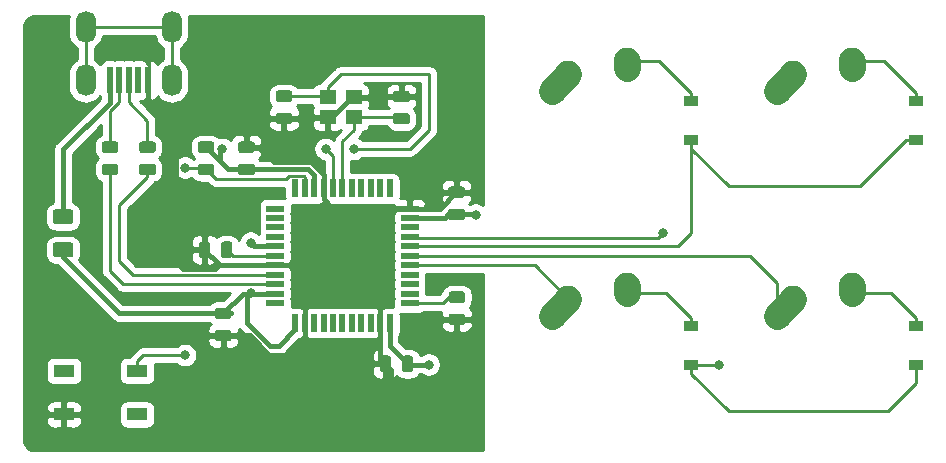
<source format=gbl>
G04 #@! TF.GenerationSoftware,KiCad,Pcbnew,(5.1.5)-3*
G04 #@! TF.CreationDate,2020-07-11T00:43:04+09:00*
G04 #@! TF.ProjectId,kicad-pcb-01,6b696361-642d-4706-9362-2d30312e6b69,rev?*
G04 #@! TF.SameCoordinates,Original*
G04 #@! TF.FileFunction,Copper,L2,Bot*
G04 #@! TF.FilePolarity,Positive*
%FSLAX46Y46*%
G04 Gerber Fmt 4.6, Leading zero omitted, Abs format (unit mm)*
G04 Created by KiCad (PCBNEW (5.1.5)-3) date 2020-07-11 00:43:04*
%MOMM*%
%LPD*%
G04 APERTURE LIST*
%ADD10R,1.400000X1.200000*%
%ADD11O,1.700000X2.700000*%
%ADD12R,0.500000X2.250000*%
%ADD13R,0.550000X1.500000*%
%ADD14R,1.500000X0.550000*%
%ADD15R,1.800000X1.100000*%
%ADD16C,0.100000*%
%ADD17C,2.250000*%
%ADD18C,2.250000*%
%ADD19R,1.200000X0.900000*%
%ADD20C,0.800000*%
%ADD21C,0.381000*%
%ADD22C,0.254000*%
G04 APERTURE END LIST*
D10*
X127814250Y-111513250D03*
X125614250Y-111513250D03*
X125614250Y-113213250D03*
X127814250Y-113213250D03*
D11*
X105093750Y-105568750D03*
X112393750Y-105568750D03*
X112393750Y-110068750D03*
X105093750Y-110068750D03*
D12*
X107143750Y-110068750D03*
X107943750Y-110068750D03*
X108743750Y-110068750D03*
X109543750Y-110068750D03*
X110343750Y-110068750D03*
D13*
X122841250Y-130636250D03*
X123641250Y-130636250D03*
X124441250Y-130636250D03*
X125241250Y-130636250D03*
X126041250Y-130636250D03*
X126841250Y-130636250D03*
X127641250Y-130636250D03*
X128441250Y-130636250D03*
X129241250Y-130636250D03*
X130041250Y-130636250D03*
X130841250Y-130636250D03*
D14*
X132541250Y-128936250D03*
X132541250Y-128136250D03*
X132541250Y-127336250D03*
X132541250Y-126536250D03*
X132541250Y-125736250D03*
X132541250Y-124936250D03*
X132541250Y-124136250D03*
X132541250Y-123336250D03*
X132541250Y-122536250D03*
X132541250Y-121736250D03*
X132541250Y-120936250D03*
D13*
X130841250Y-119236250D03*
X130041250Y-119236250D03*
X129241250Y-119236250D03*
X128441250Y-119236250D03*
X127641250Y-119236250D03*
X126841250Y-119236250D03*
X126041250Y-119236250D03*
X125241250Y-119236250D03*
X124441250Y-119236250D03*
X123641250Y-119236250D03*
X122841250Y-119236250D03*
D14*
X121141250Y-120936250D03*
X121141250Y-121736250D03*
X121141250Y-122536250D03*
X121141250Y-123336250D03*
X121141250Y-124136250D03*
X121141250Y-124936250D03*
X121141250Y-125736250D03*
X121141250Y-126536250D03*
X121141250Y-127336250D03*
X121141250Y-128136250D03*
X121141250Y-128936250D03*
D15*
X109462500Y-138375000D03*
X103262500Y-134675000D03*
X109462500Y-134675000D03*
X103262500Y-138375000D03*
G04 #@! TA.AperFunction,SMDPad,CuDef*
D16*
G36*
X137005142Y-127957424D02*
G01*
X137028803Y-127960934D01*
X137052007Y-127966746D01*
X137074529Y-127974804D01*
X137096153Y-127985032D01*
X137116670Y-127997329D01*
X137135883Y-128011579D01*
X137153607Y-128027643D01*
X137169671Y-128045367D01*
X137183921Y-128064580D01*
X137196218Y-128085097D01*
X137206446Y-128106721D01*
X137214504Y-128129243D01*
X137220316Y-128152447D01*
X137223826Y-128176108D01*
X137225000Y-128200000D01*
X137225000Y-128687500D01*
X137223826Y-128711392D01*
X137220316Y-128735053D01*
X137214504Y-128758257D01*
X137206446Y-128780779D01*
X137196218Y-128802403D01*
X137183921Y-128822920D01*
X137169671Y-128842133D01*
X137153607Y-128859857D01*
X137135883Y-128875921D01*
X137116670Y-128890171D01*
X137096153Y-128902468D01*
X137074529Y-128912696D01*
X137052007Y-128920754D01*
X137028803Y-128926566D01*
X137005142Y-128930076D01*
X136981250Y-128931250D01*
X136068750Y-128931250D01*
X136044858Y-128930076D01*
X136021197Y-128926566D01*
X135997993Y-128920754D01*
X135975471Y-128912696D01*
X135953847Y-128902468D01*
X135933330Y-128890171D01*
X135914117Y-128875921D01*
X135896393Y-128859857D01*
X135880329Y-128842133D01*
X135866079Y-128822920D01*
X135853782Y-128802403D01*
X135843554Y-128780779D01*
X135835496Y-128758257D01*
X135829684Y-128735053D01*
X135826174Y-128711392D01*
X135825000Y-128687500D01*
X135825000Y-128200000D01*
X135826174Y-128176108D01*
X135829684Y-128152447D01*
X135835496Y-128129243D01*
X135843554Y-128106721D01*
X135853782Y-128085097D01*
X135866079Y-128064580D01*
X135880329Y-128045367D01*
X135896393Y-128027643D01*
X135914117Y-128011579D01*
X135933330Y-127997329D01*
X135953847Y-127985032D01*
X135975471Y-127974804D01*
X135997993Y-127966746D01*
X136021197Y-127960934D01*
X136044858Y-127957424D01*
X136068750Y-127956250D01*
X136981250Y-127956250D01*
X137005142Y-127957424D01*
G37*
G04 #@! TD.AperFunction*
G04 #@! TA.AperFunction,SMDPad,CuDef*
G36*
X137005142Y-129832424D02*
G01*
X137028803Y-129835934D01*
X137052007Y-129841746D01*
X137074529Y-129849804D01*
X137096153Y-129860032D01*
X137116670Y-129872329D01*
X137135883Y-129886579D01*
X137153607Y-129902643D01*
X137169671Y-129920367D01*
X137183921Y-129939580D01*
X137196218Y-129960097D01*
X137206446Y-129981721D01*
X137214504Y-130004243D01*
X137220316Y-130027447D01*
X137223826Y-130051108D01*
X137225000Y-130075000D01*
X137225000Y-130562500D01*
X137223826Y-130586392D01*
X137220316Y-130610053D01*
X137214504Y-130633257D01*
X137206446Y-130655779D01*
X137196218Y-130677403D01*
X137183921Y-130697920D01*
X137169671Y-130717133D01*
X137153607Y-130734857D01*
X137135883Y-130750921D01*
X137116670Y-130765171D01*
X137096153Y-130777468D01*
X137074529Y-130787696D01*
X137052007Y-130795754D01*
X137028803Y-130801566D01*
X137005142Y-130805076D01*
X136981250Y-130806250D01*
X136068750Y-130806250D01*
X136044858Y-130805076D01*
X136021197Y-130801566D01*
X135997993Y-130795754D01*
X135975471Y-130787696D01*
X135953847Y-130777468D01*
X135933330Y-130765171D01*
X135914117Y-130750921D01*
X135896393Y-130734857D01*
X135880329Y-130717133D01*
X135866079Y-130697920D01*
X135853782Y-130677403D01*
X135843554Y-130655779D01*
X135835496Y-130633257D01*
X135829684Y-130610053D01*
X135826174Y-130586392D01*
X135825000Y-130562500D01*
X135825000Y-130075000D01*
X135826174Y-130051108D01*
X135829684Y-130027447D01*
X135835496Y-130004243D01*
X135843554Y-129981721D01*
X135853782Y-129960097D01*
X135866079Y-129939580D01*
X135880329Y-129920367D01*
X135896393Y-129902643D01*
X135914117Y-129886579D01*
X135933330Y-129872329D01*
X135953847Y-129860032D01*
X135975471Y-129849804D01*
X135997993Y-129841746D01*
X136021197Y-129835934D01*
X136044858Y-129832424D01*
X136068750Y-129831250D01*
X136981250Y-129831250D01*
X137005142Y-129832424D01*
G37*
G04 #@! TD.AperFunction*
G04 #@! TA.AperFunction,SMDPad,CuDef*
G36*
X115764392Y-117132424D02*
G01*
X115788053Y-117135934D01*
X115811257Y-117141746D01*
X115833779Y-117149804D01*
X115855403Y-117160032D01*
X115875920Y-117172329D01*
X115895133Y-117186579D01*
X115912857Y-117202643D01*
X115928921Y-117220367D01*
X115943171Y-117239580D01*
X115955468Y-117260097D01*
X115965696Y-117281721D01*
X115973754Y-117304243D01*
X115979566Y-117327447D01*
X115983076Y-117351108D01*
X115984250Y-117375000D01*
X115984250Y-117862500D01*
X115983076Y-117886392D01*
X115979566Y-117910053D01*
X115973754Y-117933257D01*
X115965696Y-117955779D01*
X115955468Y-117977403D01*
X115943171Y-117997920D01*
X115928921Y-118017133D01*
X115912857Y-118034857D01*
X115895133Y-118050921D01*
X115875920Y-118065171D01*
X115855403Y-118077468D01*
X115833779Y-118087696D01*
X115811257Y-118095754D01*
X115788053Y-118101566D01*
X115764392Y-118105076D01*
X115740500Y-118106250D01*
X114828000Y-118106250D01*
X114804108Y-118105076D01*
X114780447Y-118101566D01*
X114757243Y-118095754D01*
X114734721Y-118087696D01*
X114713097Y-118077468D01*
X114692580Y-118065171D01*
X114673367Y-118050921D01*
X114655643Y-118034857D01*
X114639579Y-118017133D01*
X114625329Y-117997920D01*
X114613032Y-117977403D01*
X114602804Y-117955779D01*
X114594746Y-117933257D01*
X114588934Y-117910053D01*
X114585424Y-117886392D01*
X114584250Y-117862500D01*
X114584250Y-117375000D01*
X114585424Y-117351108D01*
X114588934Y-117327447D01*
X114594746Y-117304243D01*
X114602804Y-117281721D01*
X114613032Y-117260097D01*
X114625329Y-117239580D01*
X114639579Y-117220367D01*
X114655643Y-117202643D01*
X114673367Y-117186579D01*
X114692580Y-117172329D01*
X114713097Y-117160032D01*
X114734721Y-117149804D01*
X114757243Y-117141746D01*
X114780447Y-117135934D01*
X114804108Y-117132424D01*
X114828000Y-117131250D01*
X115740500Y-117131250D01*
X115764392Y-117132424D01*
G37*
G04 #@! TD.AperFunction*
G04 #@! TA.AperFunction,SMDPad,CuDef*
G36*
X115764392Y-115257424D02*
G01*
X115788053Y-115260934D01*
X115811257Y-115266746D01*
X115833779Y-115274804D01*
X115855403Y-115285032D01*
X115875920Y-115297329D01*
X115895133Y-115311579D01*
X115912857Y-115327643D01*
X115928921Y-115345367D01*
X115943171Y-115364580D01*
X115955468Y-115385097D01*
X115965696Y-115406721D01*
X115973754Y-115429243D01*
X115979566Y-115452447D01*
X115983076Y-115476108D01*
X115984250Y-115500000D01*
X115984250Y-115987500D01*
X115983076Y-116011392D01*
X115979566Y-116035053D01*
X115973754Y-116058257D01*
X115965696Y-116080779D01*
X115955468Y-116102403D01*
X115943171Y-116122920D01*
X115928921Y-116142133D01*
X115912857Y-116159857D01*
X115895133Y-116175921D01*
X115875920Y-116190171D01*
X115855403Y-116202468D01*
X115833779Y-116212696D01*
X115811257Y-116220754D01*
X115788053Y-116226566D01*
X115764392Y-116230076D01*
X115740500Y-116231250D01*
X114828000Y-116231250D01*
X114804108Y-116230076D01*
X114780447Y-116226566D01*
X114757243Y-116220754D01*
X114734721Y-116212696D01*
X114713097Y-116202468D01*
X114692580Y-116190171D01*
X114673367Y-116175921D01*
X114655643Y-116159857D01*
X114639579Y-116142133D01*
X114625329Y-116122920D01*
X114613032Y-116102403D01*
X114602804Y-116080779D01*
X114594746Y-116058257D01*
X114588934Y-116035053D01*
X114585424Y-116011392D01*
X114584250Y-115987500D01*
X114584250Y-115500000D01*
X114585424Y-115476108D01*
X114588934Y-115452447D01*
X114594746Y-115429243D01*
X114602804Y-115406721D01*
X114613032Y-115385097D01*
X114625329Y-115364580D01*
X114639579Y-115345367D01*
X114655643Y-115327643D01*
X114673367Y-115311579D01*
X114692580Y-115297329D01*
X114713097Y-115285032D01*
X114734721Y-115274804D01*
X114757243Y-115266746D01*
X114780447Y-115260934D01*
X114804108Y-115257424D01*
X114828000Y-115256250D01*
X115740500Y-115256250D01*
X115764392Y-115257424D01*
G37*
G04 #@! TD.AperFunction*
G04 #@! TA.AperFunction,SMDPad,CuDef*
G36*
X110811392Y-115257424D02*
G01*
X110835053Y-115260934D01*
X110858257Y-115266746D01*
X110880779Y-115274804D01*
X110902403Y-115285032D01*
X110922920Y-115297329D01*
X110942133Y-115311579D01*
X110959857Y-115327643D01*
X110975921Y-115345367D01*
X110990171Y-115364580D01*
X111002468Y-115385097D01*
X111012696Y-115406721D01*
X111020754Y-115429243D01*
X111026566Y-115452447D01*
X111030076Y-115476108D01*
X111031250Y-115500000D01*
X111031250Y-115987500D01*
X111030076Y-116011392D01*
X111026566Y-116035053D01*
X111020754Y-116058257D01*
X111012696Y-116080779D01*
X111002468Y-116102403D01*
X110990171Y-116122920D01*
X110975921Y-116142133D01*
X110959857Y-116159857D01*
X110942133Y-116175921D01*
X110922920Y-116190171D01*
X110902403Y-116202468D01*
X110880779Y-116212696D01*
X110858257Y-116220754D01*
X110835053Y-116226566D01*
X110811392Y-116230076D01*
X110787500Y-116231250D01*
X109875000Y-116231250D01*
X109851108Y-116230076D01*
X109827447Y-116226566D01*
X109804243Y-116220754D01*
X109781721Y-116212696D01*
X109760097Y-116202468D01*
X109739580Y-116190171D01*
X109720367Y-116175921D01*
X109702643Y-116159857D01*
X109686579Y-116142133D01*
X109672329Y-116122920D01*
X109660032Y-116102403D01*
X109649804Y-116080779D01*
X109641746Y-116058257D01*
X109635934Y-116035053D01*
X109632424Y-116011392D01*
X109631250Y-115987500D01*
X109631250Y-115500000D01*
X109632424Y-115476108D01*
X109635934Y-115452447D01*
X109641746Y-115429243D01*
X109649804Y-115406721D01*
X109660032Y-115385097D01*
X109672329Y-115364580D01*
X109686579Y-115345367D01*
X109702643Y-115327643D01*
X109720367Y-115311579D01*
X109739580Y-115297329D01*
X109760097Y-115285032D01*
X109781721Y-115274804D01*
X109804243Y-115266746D01*
X109827447Y-115260934D01*
X109851108Y-115257424D01*
X109875000Y-115256250D01*
X110787500Y-115256250D01*
X110811392Y-115257424D01*
G37*
G04 #@! TD.AperFunction*
G04 #@! TA.AperFunction,SMDPad,CuDef*
G36*
X110811392Y-117132424D02*
G01*
X110835053Y-117135934D01*
X110858257Y-117141746D01*
X110880779Y-117149804D01*
X110902403Y-117160032D01*
X110922920Y-117172329D01*
X110942133Y-117186579D01*
X110959857Y-117202643D01*
X110975921Y-117220367D01*
X110990171Y-117239580D01*
X111002468Y-117260097D01*
X111012696Y-117281721D01*
X111020754Y-117304243D01*
X111026566Y-117327447D01*
X111030076Y-117351108D01*
X111031250Y-117375000D01*
X111031250Y-117862500D01*
X111030076Y-117886392D01*
X111026566Y-117910053D01*
X111020754Y-117933257D01*
X111012696Y-117955779D01*
X111002468Y-117977403D01*
X110990171Y-117997920D01*
X110975921Y-118017133D01*
X110959857Y-118034857D01*
X110942133Y-118050921D01*
X110922920Y-118065171D01*
X110902403Y-118077468D01*
X110880779Y-118087696D01*
X110858257Y-118095754D01*
X110835053Y-118101566D01*
X110811392Y-118105076D01*
X110787500Y-118106250D01*
X109875000Y-118106250D01*
X109851108Y-118105076D01*
X109827447Y-118101566D01*
X109804243Y-118095754D01*
X109781721Y-118087696D01*
X109760097Y-118077468D01*
X109739580Y-118065171D01*
X109720367Y-118050921D01*
X109702643Y-118034857D01*
X109686579Y-118017133D01*
X109672329Y-117997920D01*
X109660032Y-117977403D01*
X109649804Y-117955779D01*
X109641746Y-117933257D01*
X109635934Y-117910053D01*
X109632424Y-117886392D01*
X109631250Y-117862500D01*
X109631250Y-117375000D01*
X109632424Y-117351108D01*
X109635934Y-117327447D01*
X109641746Y-117304243D01*
X109649804Y-117281721D01*
X109660032Y-117260097D01*
X109672329Y-117239580D01*
X109686579Y-117220367D01*
X109702643Y-117202643D01*
X109720367Y-117186579D01*
X109739580Y-117172329D01*
X109760097Y-117160032D01*
X109781721Y-117149804D01*
X109804243Y-117141746D01*
X109827447Y-117135934D01*
X109851108Y-117132424D01*
X109875000Y-117131250D01*
X110787500Y-117131250D01*
X110811392Y-117132424D01*
G37*
G04 #@! TD.AperFunction*
G04 #@! TA.AperFunction,SMDPad,CuDef*
G36*
X107636392Y-115257424D02*
G01*
X107660053Y-115260934D01*
X107683257Y-115266746D01*
X107705779Y-115274804D01*
X107727403Y-115285032D01*
X107747920Y-115297329D01*
X107767133Y-115311579D01*
X107784857Y-115327643D01*
X107800921Y-115345367D01*
X107815171Y-115364580D01*
X107827468Y-115385097D01*
X107837696Y-115406721D01*
X107845754Y-115429243D01*
X107851566Y-115452447D01*
X107855076Y-115476108D01*
X107856250Y-115500000D01*
X107856250Y-115987500D01*
X107855076Y-116011392D01*
X107851566Y-116035053D01*
X107845754Y-116058257D01*
X107837696Y-116080779D01*
X107827468Y-116102403D01*
X107815171Y-116122920D01*
X107800921Y-116142133D01*
X107784857Y-116159857D01*
X107767133Y-116175921D01*
X107747920Y-116190171D01*
X107727403Y-116202468D01*
X107705779Y-116212696D01*
X107683257Y-116220754D01*
X107660053Y-116226566D01*
X107636392Y-116230076D01*
X107612500Y-116231250D01*
X106700000Y-116231250D01*
X106676108Y-116230076D01*
X106652447Y-116226566D01*
X106629243Y-116220754D01*
X106606721Y-116212696D01*
X106585097Y-116202468D01*
X106564580Y-116190171D01*
X106545367Y-116175921D01*
X106527643Y-116159857D01*
X106511579Y-116142133D01*
X106497329Y-116122920D01*
X106485032Y-116102403D01*
X106474804Y-116080779D01*
X106466746Y-116058257D01*
X106460934Y-116035053D01*
X106457424Y-116011392D01*
X106456250Y-115987500D01*
X106456250Y-115500000D01*
X106457424Y-115476108D01*
X106460934Y-115452447D01*
X106466746Y-115429243D01*
X106474804Y-115406721D01*
X106485032Y-115385097D01*
X106497329Y-115364580D01*
X106511579Y-115345367D01*
X106527643Y-115327643D01*
X106545367Y-115311579D01*
X106564580Y-115297329D01*
X106585097Y-115285032D01*
X106606721Y-115274804D01*
X106629243Y-115266746D01*
X106652447Y-115260934D01*
X106676108Y-115257424D01*
X106700000Y-115256250D01*
X107612500Y-115256250D01*
X107636392Y-115257424D01*
G37*
G04 #@! TD.AperFunction*
G04 #@! TA.AperFunction,SMDPad,CuDef*
G36*
X107636392Y-117132424D02*
G01*
X107660053Y-117135934D01*
X107683257Y-117141746D01*
X107705779Y-117149804D01*
X107727403Y-117160032D01*
X107747920Y-117172329D01*
X107767133Y-117186579D01*
X107784857Y-117202643D01*
X107800921Y-117220367D01*
X107815171Y-117239580D01*
X107827468Y-117260097D01*
X107837696Y-117281721D01*
X107845754Y-117304243D01*
X107851566Y-117327447D01*
X107855076Y-117351108D01*
X107856250Y-117375000D01*
X107856250Y-117862500D01*
X107855076Y-117886392D01*
X107851566Y-117910053D01*
X107845754Y-117933257D01*
X107837696Y-117955779D01*
X107827468Y-117977403D01*
X107815171Y-117997920D01*
X107800921Y-118017133D01*
X107784857Y-118034857D01*
X107767133Y-118050921D01*
X107747920Y-118065171D01*
X107727403Y-118077468D01*
X107705779Y-118087696D01*
X107683257Y-118095754D01*
X107660053Y-118101566D01*
X107636392Y-118105076D01*
X107612500Y-118106250D01*
X106700000Y-118106250D01*
X106676108Y-118105076D01*
X106652447Y-118101566D01*
X106629243Y-118095754D01*
X106606721Y-118087696D01*
X106585097Y-118077468D01*
X106564580Y-118065171D01*
X106545367Y-118050921D01*
X106527643Y-118034857D01*
X106511579Y-118017133D01*
X106497329Y-117997920D01*
X106485032Y-117977403D01*
X106474804Y-117955779D01*
X106466746Y-117933257D01*
X106460934Y-117910053D01*
X106457424Y-117886392D01*
X106456250Y-117862500D01*
X106456250Y-117375000D01*
X106457424Y-117351108D01*
X106460934Y-117327447D01*
X106466746Y-117304243D01*
X106474804Y-117281721D01*
X106485032Y-117260097D01*
X106497329Y-117239580D01*
X106511579Y-117220367D01*
X106527643Y-117202643D01*
X106545367Y-117186579D01*
X106564580Y-117172329D01*
X106585097Y-117160032D01*
X106606721Y-117149804D01*
X106629243Y-117141746D01*
X106652447Y-117135934D01*
X106676108Y-117132424D01*
X106700000Y-117131250D01*
X107612500Y-117131250D01*
X107636392Y-117132424D01*
G37*
G04 #@! TD.AperFunction*
D17*
X164981250Y-128556250D03*
D18*
X163671250Y-130016250D02*
X164981252Y-128556250D01*
D17*
X170021250Y-127476250D03*
D18*
X169981250Y-128056250D02*
X170021250Y-127476250D01*
D17*
X164981250Y-109506250D03*
D18*
X163671250Y-110966250D02*
X164981252Y-109506250D01*
D17*
X170021250Y-108426250D03*
D18*
X169981250Y-109006250D02*
X170021250Y-108426250D01*
D17*
X145931250Y-128556250D03*
D18*
X144621250Y-130016250D02*
X145931252Y-128556250D01*
D17*
X150971250Y-127476250D03*
D18*
X150931250Y-128056250D02*
X150971250Y-127476250D01*
D17*
X145931250Y-109506250D03*
D18*
X144621250Y-110966250D02*
X145931252Y-109506250D01*
D17*
X150971250Y-108426250D03*
D18*
X150931250Y-109006250D02*
X150971250Y-108426250D01*
G04 #@! TA.AperFunction,SMDPad,CuDef*
D16*
G36*
X103837004Y-121007454D02*
G01*
X103861273Y-121011054D01*
X103885071Y-121017015D01*
X103908171Y-121025280D01*
X103930349Y-121035770D01*
X103951393Y-121048383D01*
X103971098Y-121062997D01*
X103989277Y-121079473D01*
X104005753Y-121097652D01*
X104020367Y-121117357D01*
X104032980Y-121138401D01*
X104043470Y-121160579D01*
X104051735Y-121183679D01*
X104057696Y-121207477D01*
X104061296Y-121231746D01*
X104062500Y-121256250D01*
X104062500Y-122006250D01*
X104061296Y-122030754D01*
X104057696Y-122055023D01*
X104051735Y-122078821D01*
X104043470Y-122101921D01*
X104032980Y-122124099D01*
X104020367Y-122145143D01*
X104005753Y-122164848D01*
X103989277Y-122183027D01*
X103971098Y-122199503D01*
X103951393Y-122214117D01*
X103930349Y-122226730D01*
X103908171Y-122237220D01*
X103885071Y-122245485D01*
X103861273Y-122251446D01*
X103837004Y-122255046D01*
X103812500Y-122256250D01*
X102562500Y-122256250D01*
X102537996Y-122255046D01*
X102513727Y-122251446D01*
X102489929Y-122245485D01*
X102466829Y-122237220D01*
X102444651Y-122226730D01*
X102423607Y-122214117D01*
X102403902Y-122199503D01*
X102385723Y-122183027D01*
X102369247Y-122164848D01*
X102354633Y-122145143D01*
X102342020Y-122124099D01*
X102331530Y-122101921D01*
X102323265Y-122078821D01*
X102317304Y-122055023D01*
X102313704Y-122030754D01*
X102312500Y-122006250D01*
X102312500Y-121256250D01*
X102313704Y-121231746D01*
X102317304Y-121207477D01*
X102323265Y-121183679D01*
X102331530Y-121160579D01*
X102342020Y-121138401D01*
X102354633Y-121117357D01*
X102369247Y-121097652D01*
X102385723Y-121079473D01*
X102403902Y-121062997D01*
X102423607Y-121048383D01*
X102444651Y-121035770D01*
X102466829Y-121025280D01*
X102489929Y-121017015D01*
X102513727Y-121011054D01*
X102537996Y-121007454D01*
X102562500Y-121006250D01*
X103812500Y-121006250D01*
X103837004Y-121007454D01*
G37*
G04 #@! TD.AperFunction*
G04 #@! TA.AperFunction,SMDPad,CuDef*
G36*
X103837004Y-123807454D02*
G01*
X103861273Y-123811054D01*
X103885071Y-123817015D01*
X103908171Y-123825280D01*
X103930349Y-123835770D01*
X103951393Y-123848383D01*
X103971098Y-123862997D01*
X103989277Y-123879473D01*
X104005753Y-123897652D01*
X104020367Y-123917357D01*
X104032980Y-123938401D01*
X104043470Y-123960579D01*
X104051735Y-123983679D01*
X104057696Y-124007477D01*
X104061296Y-124031746D01*
X104062500Y-124056250D01*
X104062500Y-124806250D01*
X104061296Y-124830754D01*
X104057696Y-124855023D01*
X104051735Y-124878821D01*
X104043470Y-124901921D01*
X104032980Y-124924099D01*
X104020367Y-124945143D01*
X104005753Y-124964848D01*
X103989277Y-124983027D01*
X103971098Y-124999503D01*
X103951393Y-125014117D01*
X103930349Y-125026730D01*
X103908171Y-125037220D01*
X103885071Y-125045485D01*
X103861273Y-125051446D01*
X103837004Y-125055046D01*
X103812500Y-125056250D01*
X102562500Y-125056250D01*
X102537996Y-125055046D01*
X102513727Y-125051446D01*
X102489929Y-125045485D01*
X102466829Y-125037220D01*
X102444651Y-125026730D01*
X102423607Y-125014117D01*
X102403902Y-124999503D01*
X102385723Y-124983027D01*
X102369247Y-124964848D01*
X102354633Y-124945143D01*
X102342020Y-124924099D01*
X102331530Y-124901921D01*
X102323265Y-124878821D01*
X102317304Y-124855023D01*
X102313704Y-124830754D01*
X102312500Y-124806250D01*
X102312500Y-124056250D01*
X102313704Y-124031746D01*
X102317304Y-124007477D01*
X102323265Y-123983679D01*
X102331530Y-123960579D01*
X102342020Y-123938401D01*
X102354633Y-123917357D01*
X102369247Y-123897652D01*
X102385723Y-123879473D01*
X102403902Y-123862997D01*
X102423607Y-123848383D01*
X102444651Y-123835770D01*
X102466829Y-123825280D01*
X102489929Y-123817015D01*
X102513727Y-123811054D01*
X102537996Y-123807454D01*
X102562500Y-123806250D01*
X103812500Y-123806250D01*
X103837004Y-123807454D01*
G37*
G04 #@! TD.AperFunction*
D19*
X175418750Y-130906250D03*
X175418750Y-134206250D03*
X175418750Y-111856250D03*
X175418750Y-115156250D03*
X156368750Y-130906250D03*
X156368750Y-134206250D03*
X156368750Y-111856250D03*
X156368750Y-115156250D03*
G04 #@! TA.AperFunction,SMDPad,CuDef*
D16*
G36*
X115424892Y-123729424D02*
G01*
X115448553Y-123732934D01*
X115471757Y-123738746D01*
X115494279Y-123746804D01*
X115515903Y-123757032D01*
X115536420Y-123769329D01*
X115555633Y-123783579D01*
X115573357Y-123799643D01*
X115589421Y-123817367D01*
X115603671Y-123836580D01*
X115615968Y-123857097D01*
X115626196Y-123878721D01*
X115634254Y-123901243D01*
X115640066Y-123924447D01*
X115643576Y-123948108D01*
X115644750Y-123972000D01*
X115644750Y-124884500D01*
X115643576Y-124908392D01*
X115640066Y-124932053D01*
X115634254Y-124955257D01*
X115626196Y-124977779D01*
X115615968Y-124999403D01*
X115603671Y-125019920D01*
X115589421Y-125039133D01*
X115573357Y-125056857D01*
X115555633Y-125072921D01*
X115536420Y-125087171D01*
X115515903Y-125099468D01*
X115494279Y-125109696D01*
X115471757Y-125117754D01*
X115448553Y-125123566D01*
X115424892Y-125127076D01*
X115401000Y-125128250D01*
X114913500Y-125128250D01*
X114889608Y-125127076D01*
X114865947Y-125123566D01*
X114842743Y-125117754D01*
X114820221Y-125109696D01*
X114798597Y-125099468D01*
X114778080Y-125087171D01*
X114758867Y-125072921D01*
X114741143Y-125056857D01*
X114725079Y-125039133D01*
X114710829Y-125019920D01*
X114698532Y-124999403D01*
X114688304Y-124977779D01*
X114680246Y-124955257D01*
X114674434Y-124932053D01*
X114670924Y-124908392D01*
X114669750Y-124884500D01*
X114669750Y-123972000D01*
X114670924Y-123948108D01*
X114674434Y-123924447D01*
X114680246Y-123901243D01*
X114688304Y-123878721D01*
X114698532Y-123857097D01*
X114710829Y-123836580D01*
X114725079Y-123817367D01*
X114741143Y-123799643D01*
X114758867Y-123783579D01*
X114778080Y-123769329D01*
X114798597Y-123757032D01*
X114820221Y-123746804D01*
X114842743Y-123738746D01*
X114865947Y-123732934D01*
X114889608Y-123729424D01*
X114913500Y-123728250D01*
X115401000Y-123728250D01*
X115424892Y-123729424D01*
G37*
G04 #@! TD.AperFunction*
G04 #@! TA.AperFunction,SMDPad,CuDef*
G36*
X117299892Y-123729424D02*
G01*
X117323553Y-123732934D01*
X117346757Y-123738746D01*
X117369279Y-123746804D01*
X117390903Y-123757032D01*
X117411420Y-123769329D01*
X117430633Y-123783579D01*
X117448357Y-123799643D01*
X117464421Y-123817367D01*
X117478671Y-123836580D01*
X117490968Y-123857097D01*
X117501196Y-123878721D01*
X117509254Y-123901243D01*
X117515066Y-123924447D01*
X117518576Y-123948108D01*
X117519750Y-123972000D01*
X117519750Y-124884500D01*
X117518576Y-124908392D01*
X117515066Y-124932053D01*
X117509254Y-124955257D01*
X117501196Y-124977779D01*
X117490968Y-124999403D01*
X117478671Y-125019920D01*
X117464421Y-125039133D01*
X117448357Y-125056857D01*
X117430633Y-125072921D01*
X117411420Y-125087171D01*
X117390903Y-125099468D01*
X117369279Y-125109696D01*
X117346757Y-125117754D01*
X117323553Y-125123566D01*
X117299892Y-125127076D01*
X117276000Y-125128250D01*
X116788500Y-125128250D01*
X116764608Y-125127076D01*
X116740947Y-125123566D01*
X116717743Y-125117754D01*
X116695221Y-125109696D01*
X116673597Y-125099468D01*
X116653080Y-125087171D01*
X116633867Y-125072921D01*
X116616143Y-125056857D01*
X116600079Y-125039133D01*
X116585829Y-125019920D01*
X116573532Y-124999403D01*
X116563304Y-124977779D01*
X116555246Y-124955257D01*
X116549434Y-124932053D01*
X116545924Y-124908392D01*
X116544750Y-124884500D01*
X116544750Y-123972000D01*
X116545924Y-123948108D01*
X116549434Y-123924447D01*
X116555246Y-123901243D01*
X116563304Y-123878721D01*
X116573532Y-123857097D01*
X116585829Y-123836580D01*
X116600079Y-123817367D01*
X116616143Y-123799643D01*
X116633867Y-123783579D01*
X116653080Y-123769329D01*
X116673597Y-123757032D01*
X116695221Y-123746804D01*
X116717743Y-123738746D01*
X116740947Y-123732934D01*
X116764608Y-123729424D01*
X116788500Y-123728250D01*
X117276000Y-123728250D01*
X117299892Y-123729424D01*
G37*
G04 #@! TD.AperFunction*
G04 #@! TA.AperFunction,SMDPad,CuDef*
G36*
X117224892Y-131197674D02*
G01*
X117248553Y-131201184D01*
X117271757Y-131206996D01*
X117294279Y-131215054D01*
X117315903Y-131225282D01*
X117336420Y-131237579D01*
X117355633Y-131251829D01*
X117373357Y-131267893D01*
X117389421Y-131285617D01*
X117403671Y-131304830D01*
X117415968Y-131325347D01*
X117426196Y-131346971D01*
X117434254Y-131369493D01*
X117440066Y-131392697D01*
X117443576Y-131416358D01*
X117444750Y-131440250D01*
X117444750Y-131927750D01*
X117443576Y-131951642D01*
X117440066Y-131975303D01*
X117434254Y-131998507D01*
X117426196Y-132021029D01*
X117415968Y-132042653D01*
X117403671Y-132063170D01*
X117389421Y-132082383D01*
X117373357Y-132100107D01*
X117355633Y-132116171D01*
X117336420Y-132130421D01*
X117315903Y-132142718D01*
X117294279Y-132152946D01*
X117271757Y-132161004D01*
X117248553Y-132166816D01*
X117224892Y-132170326D01*
X117201000Y-132171500D01*
X116288500Y-132171500D01*
X116264608Y-132170326D01*
X116240947Y-132166816D01*
X116217743Y-132161004D01*
X116195221Y-132152946D01*
X116173597Y-132142718D01*
X116153080Y-132130421D01*
X116133867Y-132116171D01*
X116116143Y-132100107D01*
X116100079Y-132082383D01*
X116085829Y-132063170D01*
X116073532Y-132042653D01*
X116063304Y-132021029D01*
X116055246Y-131998507D01*
X116049434Y-131975303D01*
X116045924Y-131951642D01*
X116044750Y-131927750D01*
X116044750Y-131440250D01*
X116045924Y-131416358D01*
X116049434Y-131392697D01*
X116055246Y-131369493D01*
X116063304Y-131346971D01*
X116073532Y-131325347D01*
X116085829Y-131304830D01*
X116100079Y-131285617D01*
X116116143Y-131267893D01*
X116133867Y-131251829D01*
X116153080Y-131237579D01*
X116173597Y-131225282D01*
X116195221Y-131215054D01*
X116217743Y-131206996D01*
X116240947Y-131201184D01*
X116264608Y-131197674D01*
X116288500Y-131196500D01*
X117201000Y-131196500D01*
X117224892Y-131197674D01*
G37*
G04 #@! TD.AperFunction*
G04 #@! TA.AperFunction,SMDPad,CuDef*
G36*
X117224892Y-129322674D02*
G01*
X117248553Y-129326184D01*
X117271757Y-129331996D01*
X117294279Y-129340054D01*
X117315903Y-129350282D01*
X117336420Y-129362579D01*
X117355633Y-129376829D01*
X117373357Y-129392893D01*
X117389421Y-129410617D01*
X117403671Y-129429830D01*
X117415968Y-129450347D01*
X117426196Y-129471971D01*
X117434254Y-129494493D01*
X117440066Y-129517697D01*
X117443576Y-129541358D01*
X117444750Y-129565250D01*
X117444750Y-130052750D01*
X117443576Y-130076642D01*
X117440066Y-130100303D01*
X117434254Y-130123507D01*
X117426196Y-130146029D01*
X117415968Y-130167653D01*
X117403671Y-130188170D01*
X117389421Y-130207383D01*
X117373357Y-130225107D01*
X117355633Y-130241171D01*
X117336420Y-130255421D01*
X117315903Y-130267718D01*
X117294279Y-130277946D01*
X117271757Y-130286004D01*
X117248553Y-130291816D01*
X117224892Y-130295326D01*
X117201000Y-130296500D01*
X116288500Y-130296500D01*
X116264608Y-130295326D01*
X116240947Y-130291816D01*
X116217743Y-130286004D01*
X116195221Y-130277946D01*
X116173597Y-130267718D01*
X116153080Y-130255421D01*
X116133867Y-130241171D01*
X116116143Y-130225107D01*
X116100079Y-130207383D01*
X116085829Y-130188170D01*
X116073532Y-130167653D01*
X116063304Y-130146029D01*
X116055246Y-130123507D01*
X116049434Y-130100303D01*
X116045924Y-130076642D01*
X116044750Y-130052750D01*
X116044750Y-129565250D01*
X116045924Y-129541358D01*
X116049434Y-129517697D01*
X116055246Y-129494493D01*
X116063304Y-129471971D01*
X116073532Y-129450347D01*
X116085829Y-129429830D01*
X116100079Y-129410617D01*
X116116143Y-129392893D01*
X116133867Y-129376829D01*
X116153080Y-129362579D01*
X116173597Y-129350282D01*
X116195221Y-129340054D01*
X116217743Y-129331996D01*
X116240947Y-129326184D01*
X116264608Y-129322674D01*
X116288500Y-129321500D01*
X117201000Y-129321500D01*
X117224892Y-129322674D01*
G37*
G04 #@! TD.AperFunction*
G04 #@! TA.AperFunction,SMDPad,CuDef*
G36*
X122368392Y-112814424D02*
G01*
X122392053Y-112817934D01*
X122415257Y-112823746D01*
X122437779Y-112831804D01*
X122459403Y-112842032D01*
X122479920Y-112854329D01*
X122499133Y-112868579D01*
X122516857Y-112884643D01*
X122532921Y-112902367D01*
X122547171Y-112921580D01*
X122559468Y-112942097D01*
X122569696Y-112963721D01*
X122577754Y-112986243D01*
X122583566Y-113009447D01*
X122587076Y-113033108D01*
X122588250Y-113057000D01*
X122588250Y-113544500D01*
X122587076Y-113568392D01*
X122583566Y-113592053D01*
X122577754Y-113615257D01*
X122569696Y-113637779D01*
X122559468Y-113659403D01*
X122547171Y-113679920D01*
X122532921Y-113699133D01*
X122516857Y-113716857D01*
X122499133Y-113732921D01*
X122479920Y-113747171D01*
X122459403Y-113759468D01*
X122437779Y-113769696D01*
X122415257Y-113777754D01*
X122392053Y-113783566D01*
X122368392Y-113787076D01*
X122344500Y-113788250D01*
X121432000Y-113788250D01*
X121408108Y-113787076D01*
X121384447Y-113783566D01*
X121361243Y-113777754D01*
X121338721Y-113769696D01*
X121317097Y-113759468D01*
X121296580Y-113747171D01*
X121277367Y-113732921D01*
X121259643Y-113716857D01*
X121243579Y-113699133D01*
X121229329Y-113679920D01*
X121217032Y-113659403D01*
X121206804Y-113637779D01*
X121198746Y-113615257D01*
X121192934Y-113592053D01*
X121189424Y-113568392D01*
X121188250Y-113544500D01*
X121188250Y-113057000D01*
X121189424Y-113033108D01*
X121192934Y-113009447D01*
X121198746Y-112986243D01*
X121206804Y-112963721D01*
X121217032Y-112942097D01*
X121229329Y-112921580D01*
X121243579Y-112902367D01*
X121259643Y-112884643D01*
X121277367Y-112868579D01*
X121296580Y-112854329D01*
X121317097Y-112842032D01*
X121338721Y-112831804D01*
X121361243Y-112823746D01*
X121384447Y-112817934D01*
X121408108Y-112814424D01*
X121432000Y-112813250D01*
X122344500Y-112813250D01*
X122368392Y-112814424D01*
G37*
G04 #@! TD.AperFunction*
G04 #@! TA.AperFunction,SMDPad,CuDef*
G36*
X122368392Y-110939424D02*
G01*
X122392053Y-110942934D01*
X122415257Y-110948746D01*
X122437779Y-110956804D01*
X122459403Y-110967032D01*
X122479920Y-110979329D01*
X122499133Y-110993579D01*
X122516857Y-111009643D01*
X122532921Y-111027367D01*
X122547171Y-111046580D01*
X122559468Y-111067097D01*
X122569696Y-111088721D01*
X122577754Y-111111243D01*
X122583566Y-111134447D01*
X122587076Y-111158108D01*
X122588250Y-111182000D01*
X122588250Y-111669500D01*
X122587076Y-111693392D01*
X122583566Y-111717053D01*
X122577754Y-111740257D01*
X122569696Y-111762779D01*
X122559468Y-111784403D01*
X122547171Y-111804920D01*
X122532921Y-111824133D01*
X122516857Y-111841857D01*
X122499133Y-111857921D01*
X122479920Y-111872171D01*
X122459403Y-111884468D01*
X122437779Y-111894696D01*
X122415257Y-111902754D01*
X122392053Y-111908566D01*
X122368392Y-111912076D01*
X122344500Y-111913250D01*
X121432000Y-111913250D01*
X121408108Y-111912076D01*
X121384447Y-111908566D01*
X121361243Y-111902754D01*
X121338721Y-111894696D01*
X121317097Y-111884468D01*
X121296580Y-111872171D01*
X121277367Y-111857921D01*
X121259643Y-111841857D01*
X121243579Y-111824133D01*
X121229329Y-111804920D01*
X121217032Y-111784403D01*
X121206804Y-111762779D01*
X121198746Y-111740257D01*
X121192934Y-111717053D01*
X121189424Y-111693392D01*
X121188250Y-111669500D01*
X121188250Y-111182000D01*
X121189424Y-111158108D01*
X121192934Y-111134447D01*
X121198746Y-111111243D01*
X121206804Y-111088721D01*
X121217032Y-111067097D01*
X121229329Y-111046580D01*
X121243579Y-111027367D01*
X121259643Y-111009643D01*
X121277367Y-110993579D01*
X121296580Y-110979329D01*
X121317097Y-110967032D01*
X121338721Y-110956804D01*
X121361243Y-110948746D01*
X121384447Y-110942934D01*
X121408108Y-110939424D01*
X121432000Y-110938250D01*
X122344500Y-110938250D01*
X122368392Y-110939424D01*
G37*
G04 #@! TD.AperFunction*
G04 #@! TA.AperFunction,SMDPad,CuDef*
G36*
X132306142Y-110971174D02*
G01*
X132329803Y-110974684D01*
X132353007Y-110980496D01*
X132375529Y-110988554D01*
X132397153Y-110998782D01*
X132417670Y-111011079D01*
X132436883Y-111025329D01*
X132454607Y-111041393D01*
X132470671Y-111059117D01*
X132484921Y-111078330D01*
X132497218Y-111098847D01*
X132507446Y-111120471D01*
X132515504Y-111142993D01*
X132521316Y-111166197D01*
X132524826Y-111189858D01*
X132526000Y-111213750D01*
X132526000Y-111701250D01*
X132524826Y-111725142D01*
X132521316Y-111748803D01*
X132515504Y-111772007D01*
X132507446Y-111794529D01*
X132497218Y-111816153D01*
X132484921Y-111836670D01*
X132470671Y-111855883D01*
X132454607Y-111873607D01*
X132436883Y-111889671D01*
X132417670Y-111903921D01*
X132397153Y-111916218D01*
X132375529Y-111926446D01*
X132353007Y-111934504D01*
X132329803Y-111940316D01*
X132306142Y-111943826D01*
X132282250Y-111945000D01*
X131369750Y-111945000D01*
X131345858Y-111943826D01*
X131322197Y-111940316D01*
X131298993Y-111934504D01*
X131276471Y-111926446D01*
X131254847Y-111916218D01*
X131234330Y-111903921D01*
X131215117Y-111889671D01*
X131197393Y-111873607D01*
X131181329Y-111855883D01*
X131167079Y-111836670D01*
X131154782Y-111816153D01*
X131144554Y-111794529D01*
X131136496Y-111772007D01*
X131130684Y-111748803D01*
X131127174Y-111725142D01*
X131126000Y-111701250D01*
X131126000Y-111213750D01*
X131127174Y-111189858D01*
X131130684Y-111166197D01*
X131136496Y-111142993D01*
X131144554Y-111120471D01*
X131154782Y-111098847D01*
X131167079Y-111078330D01*
X131181329Y-111059117D01*
X131197393Y-111041393D01*
X131215117Y-111025329D01*
X131234330Y-111011079D01*
X131254847Y-110998782D01*
X131276471Y-110988554D01*
X131298993Y-110980496D01*
X131322197Y-110974684D01*
X131345858Y-110971174D01*
X131369750Y-110970000D01*
X132282250Y-110970000D01*
X132306142Y-110971174D01*
G37*
G04 #@! TD.AperFunction*
G04 #@! TA.AperFunction,SMDPad,CuDef*
G36*
X132306142Y-112846174D02*
G01*
X132329803Y-112849684D01*
X132353007Y-112855496D01*
X132375529Y-112863554D01*
X132397153Y-112873782D01*
X132417670Y-112886079D01*
X132436883Y-112900329D01*
X132454607Y-112916393D01*
X132470671Y-112934117D01*
X132484921Y-112953330D01*
X132497218Y-112973847D01*
X132507446Y-112995471D01*
X132515504Y-113017993D01*
X132521316Y-113041197D01*
X132524826Y-113064858D01*
X132526000Y-113088750D01*
X132526000Y-113576250D01*
X132524826Y-113600142D01*
X132521316Y-113623803D01*
X132515504Y-113647007D01*
X132507446Y-113669529D01*
X132497218Y-113691153D01*
X132484921Y-113711670D01*
X132470671Y-113730883D01*
X132454607Y-113748607D01*
X132436883Y-113764671D01*
X132417670Y-113778921D01*
X132397153Y-113791218D01*
X132375529Y-113801446D01*
X132353007Y-113809504D01*
X132329803Y-113815316D01*
X132306142Y-113818826D01*
X132282250Y-113820000D01*
X131369750Y-113820000D01*
X131345858Y-113818826D01*
X131322197Y-113815316D01*
X131298993Y-113809504D01*
X131276471Y-113801446D01*
X131254847Y-113791218D01*
X131234330Y-113778921D01*
X131215117Y-113764671D01*
X131197393Y-113748607D01*
X131181329Y-113730883D01*
X131167079Y-113711670D01*
X131154782Y-113691153D01*
X131144554Y-113669529D01*
X131136496Y-113647007D01*
X131130684Y-113623803D01*
X131127174Y-113600142D01*
X131126000Y-113576250D01*
X131126000Y-113088750D01*
X131127174Y-113064858D01*
X131130684Y-113041197D01*
X131136496Y-113017993D01*
X131144554Y-112995471D01*
X131154782Y-112973847D01*
X131167079Y-112953330D01*
X131181329Y-112934117D01*
X131197393Y-112916393D01*
X131215117Y-112900329D01*
X131234330Y-112886079D01*
X131254847Y-112873782D01*
X131276471Y-112863554D01*
X131298993Y-112855496D01*
X131322197Y-112849684D01*
X131345858Y-112846174D01*
X131369750Y-112845000D01*
X132282250Y-112845000D01*
X132306142Y-112846174D01*
G37*
G04 #@! TD.AperFunction*
G04 #@! TA.AperFunction,SMDPad,CuDef*
G36*
X130743392Y-133381424D02*
G01*
X130767053Y-133384934D01*
X130790257Y-133390746D01*
X130812779Y-133398804D01*
X130834403Y-133409032D01*
X130854920Y-133421329D01*
X130874133Y-133435579D01*
X130891857Y-133451643D01*
X130907921Y-133469367D01*
X130922171Y-133488580D01*
X130934468Y-133509097D01*
X130944696Y-133530721D01*
X130952754Y-133553243D01*
X130958566Y-133576447D01*
X130962076Y-133600108D01*
X130963250Y-133624000D01*
X130963250Y-134536500D01*
X130962076Y-134560392D01*
X130958566Y-134584053D01*
X130952754Y-134607257D01*
X130944696Y-134629779D01*
X130934468Y-134651403D01*
X130922171Y-134671920D01*
X130907921Y-134691133D01*
X130891857Y-134708857D01*
X130874133Y-134724921D01*
X130854920Y-134739171D01*
X130834403Y-134751468D01*
X130812779Y-134761696D01*
X130790257Y-134769754D01*
X130767053Y-134775566D01*
X130743392Y-134779076D01*
X130719500Y-134780250D01*
X130232000Y-134780250D01*
X130208108Y-134779076D01*
X130184447Y-134775566D01*
X130161243Y-134769754D01*
X130138721Y-134761696D01*
X130117097Y-134751468D01*
X130096580Y-134739171D01*
X130077367Y-134724921D01*
X130059643Y-134708857D01*
X130043579Y-134691133D01*
X130029329Y-134671920D01*
X130017032Y-134651403D01*
X130006804Y-134629779D01*
X129998746Y-134607257D01*
X129992934Y-134584053D01*
X129989424Y-134560392D01*
X129988250Y-134536500D01*
X129988250Y-133624000D01*
X129989424Y-133600108D01*
X129992934Y-133576447D01*
X129998746Y-133553243D01*
X130006804Y-133530721D01*
X130017032Y-133509097D01*
X130029329Y-133488580D01*
X130043579Y-133469367D01*
X130059643Y-133451643D01*
X130077367Y-133435579D01*
X130096580Y-133421329D01*
X130117097Y-133409032D01*
X130138721Y-133398804D01*
X130161243Y-133390746D01*
X130184447Y-133384934D01*
X130208108Y-133381424D01*
X130232000Y-133380250D01*
X130719500Y-133380250D01*
X130743392Y-133381424D01*
G37*
G04 #@! TD.AperFunction*
G04 #@! TA.AperFunction,SMDPad,CuDef*
G36*
X132618392Y-133381424D02*
G01*
X132642053Y-133384934D01*
X132665257Y-133390746D01*
X132687779Y-133398804D01*
X132709403Y-133409032D01*
X132729920Y-133421329D01*
X132749133Y-133435579D01*
X132766857Y-133451643D01*
X132782921Y-133469367D01*
X132797171Y-133488580D01*
X132809468Y-133509097D01*
X132819696Y-133530721D01*
X132827754Y-133553243D01*
X132833566Y-133576447D01*
X132837076Y-133600108D01*
X132838250Y-133624000D01*
X132838250Y-134536500D01*
X132837076Y-134560392D01*
X132833566Y-134584053D01*
X132827754Y-134607257D01*
X132819696Y-134629779D01*
X132809468Y-134651403D01*
X132797171Y-134671920D01*
X132782921Y-134691133D01*
X132766857Y-134708857D01*
X132749133Y-134724921D01*
X132729920Y-134739171D01*
X132709403Y-134751468D01*
X132687779Y-134761696D01*
X132665257Y-134769754D01*
X132642053Y-134775566D01*
X132618392Y-134779076D01*
X132594500Y-134780250D01*
X132107000Y-134780250D01*
X132083108Y-134779076D01*
X132059447Y-134775566D01*
X132036243Y-134769754D01*
X132013721Y-134761696D01*
X131992097Y-134751468D01*
X131971580Y-134739171D01*
X131952367Y-134724921D01*
X131934643Y-134708857D01*
X131918579Y-134691133D01*
X131904329Y-134671920D01*
X131892032Y-134651403D01*
X131881804Y-134629779D01*
X131873746Y-134607257D01*
X131867934Y-134584053D01*
X131864424Y-134560392D01*
X131863250Y-134536500D01*
X131863250Y-133624000D01*
X131864424Y-133600108D01*
X131867934Y-133576447D01*
X131873746Y-133553243D01*
X131881804Y-133530721D01*
X131892032Y-133509097D01*
X131904329Y-133488580D01*
X131918579Y-133469367D01*
X131934643Y-133451643D01*
X131952367Y-133435579D01*
X131971580Y-133421329D01*
X131992097Y-133409032D01*
X132013721Y-133398804D01*
X132036243Y-133390746D01*
X132059447Y-133384934D01*
X132083108Y-133381424D01*
X132107000Y-133380250D01*
X132594500Y-133380250D01*
X132618392Y-133381424D01*
G37*
G04 #@! TD.AperFunction*
G04 #@! TA.AperFunction,SMDPad,CuDef*
G36*
X136973392Y-119067424D02*
G01*
X136997053Y-119070934D01*
X137020257Y-119076746D01*
X137042779Y-119084804D01*
X137064403Y-119095032D01*
X137084920Y-119107329D01*
X137104133Y-119121579D01*
X137121857Y-119137643D01*
X137137921Y-119155367D01*
X137152171Y-119174580D01*
X137164468Y-119195097D01*
X137174696Y-119216721D01*
X137182754Y-119239243D01*
X137188566Y-119262447D01*
X137192076Y-119286108D01*
X137193250Y-119310000D01*
X137193250Y-119797500D01*
X137192076Y-119821392D01*
X137188566Y-119845053D01*
X137182754Y-119868257D01*
X137174696Y-119890779D01*
X137164468Y-119912403D01*
X137152171Y-119932920D01*
X137137921Y-119952133D01*
X137121857Y-119969857D01*
X137104133Y-119985921D01*
X137084920Y-120000171D01*
X137064403Y-120012468D01*
X137042779Y-120022696D01*
X137020257Y-120030754D01*
X136997053Y-120036566D01*
X136973392Y-120040076D01*
X136949500Y-120041250D01*
X136037000Y-120041250D01*
X136013108Y-120040076D01*
X135989447Y-120036566D01*
X135966243Y-120030754D01*
X135943721Y-120022696D01*
X135922097Y-120012468D01*
X135901580Y-120000171D01*
X135882367Y-119985921D01*
X135864643Y-119969857D01*
X135848579Y-119952133D01*
X135834329Y-119932920D01*
X135822032Y-119912403D01*
X135811804Y-119890779D01*
X135803746Y-119868257D01*
X135797934Y-119845053D01*
X135794424Y-119821392D01*
X135793250Y-119797500D01*
X135793250Y-119310000D01*
X135794424Y-119286108D01*
X135797934Y-119262447D01*
X135803746Y-119239243D01*
X135811804Y-119216721D01*
X135822032Y-119195097D01*
X135834329Y-119174580D01*
X135848579Y-119155367D01*
X135864643Y-119137643D01*
X135882367Y-119121579D01*
X135901580Y-119107329D01*
X135922097Y-119095032D01*
X135943721Y-119084804D01*
X135966243Y-119076746D01*
X135989447Y-119070934D01*
X136013108Y-119067424D01*
X136037000Y-119066250D01*
X136949500Y-119066250D01*
X136973392Y-119067424D01*
G37*
G04 #@! TD.AperFunction*
G04 #@! TA.AperFunction,SMDPad,CuDef*
G36*
X136973392Y-120942424D02*
G01*
X136997053Y-120945934D01*
X137020257Y-120951746D01*
X137042779Y-120959804D01*
X137064403Y-120970032D01*
X137084920Y-120982329D01*
X137104133Y-120996579D01*
X137121857Y-121012643D01*
X137137921Y-121030367D01*
X137152171Y-121049580D01*
X137164468Y-121070097D01*
X137174696Y-121091721D01*
X137182754Y-121114243D01*
X137188566Y-121137447D01*
X137192076Y-121161108D01*
X137193250Y-121185000D01*
X137193250Y-121672500D01*
X137192076Y-121696392D01*
X137188566Y-121720053D01*
X137182754Y-121743257D01*
X137174696Y-121765779D01*
X137164468Y-121787403D01*
X137152171Y-121807920D01*
X137137921Y-121827133D01*
X137121857Y-121844857D01*
X137104133Y-121860921D01*
X137084920Y-121875171D01*
X137064403Y-121887468D01*
X137042779Y-121897696D01*
X137020257Y-121905754D01*
X136997053Y-121911566D01*
X136973392Y-121915076D01*
X136949500Y-121916250D01*
X136037000Y-121916250D01*
X136013108Y-121915076D01*
X135989447Y-121911566D01*
X135966243Y-121905754D01*
X135943721Y-121897696D01*
X135922097Y-121887468D01*
X135901580Y-121875171D01*
X135882367Y-121860921D01*
X135864643Y-121844857D01*
X135848579Y-121827133D01*
X135834329Y-121807920D01*
X135822032Y-121787403D01*
X135811804Y-121765779D01*
X135803746Y-121743257D01*
X135797934Y-121720053D01*
X135794424Y-121696392D01*
X135793250Y-121672500D01*
X135793250Y-121185000D01*
X135794424Y-121161108D01*
X135797934Y-121137447D01*
X135803746Y-121114243D01*
X135811804Y-121091721D01*
X135822032Y-121070097D01*
X135834329Y-121049580D01*
X135848579Y-121030367D01*
X135864643Y-121012643D01*
X135882367Y-120996579D01*
X135901580Y-120982329D01*
X135922097Y-120970032D01*
X135943721Y-120959804D01*
X135966243Y-120951746D01*
X135989447Y-120945934D01*
X136013108Y-120942424D01*
X136037000Y-120941250D01*
X136949500Y-120941250D01*
X136973392Y-120942424D01*
G37*
G04 #@! TD.AperFunction*
G04 #@! TA.AperFunction,SMDPad,CuDef*
G36*
X119193392Y-115257424D02*
G01*
X119217053Y-115260934D01*
X119240257Y-115266746D01*
X119262779Y-115274804D01*
X119284403Y-115285032D01*
X119304920Y-115297329D01*
X119324133Y-115311579D01*
X119341857Y-115327643D01*
X119357921Y-115345367D01*
X119372171Y-115364580D01*
X119384468Y-115385097D01*
X119394696Y-115406721D01*
X119402754Y-115429243D01*
X119408566Y-115452447D01*
X119412076Y-115476108D01*
X119413250Y-115500000D01*
X119413250Y-115987500D01*
X119412076Y-116011392D01*
X119408566Y-116035053D01*
X119402754Y-116058257D01*
X119394696Y-116080779D01*
X119384468Y-116102403D01*
X119372171Y-116122920D01*
X119357921Y-116142133D01*
X119341857Y-116159857D01*
X119324133Y-116175921D01*
X119304920Y-116190171D01*
X119284403Y-116202468D01*
X119262779Y-116212696D01*
X119240257Y-116220754D01*
X119217053Y-116226566D01*
X119193392Y-116230076D01*
X119169500Y-116231250D01*
X118257000Y-116231250D01*
X118233108Y-116230076D01*
X118209447Y-116226566D01*
X118186243Y-116220754D01*
X118163721Y-116212696D01*
X118142097Y-116202468D01*
X118121580Y-116190171D01*
X118102367Y-116175921D01*
X118084643Y-116159857D01*
X118068579Y-116142133D01*
X118054329Y-116122920D01*
X118042032Y-116102403D01*
X118031804Y-116080779D01*
X118023746Y-116058257D01*
X118017934Y-116035053D01*
X118014424Y-116011392D01*
X118013250Y-115987500D01*
X118013250Y-115500000D01*
X118014424Y-115476108D01*
X118017934Y-115452447D01*
X118023746Y-115429243D01*
X118031804Y-115406721D01*
X118042032Y-115385097D01*
X118054329Y-115364580D01*
X118068579Y-115345367D01*
X118084643Y-115327643D01*
X118102367Y-115311579D01*
X118121580Y-115297329D01*
X118142097Y-115285032D01*
X118163721Y-115274804D01*
X118186243Y-115266746D01*
X118209447Y-115260934D01*
X118233108Y-115257424D01*
X118257000Y-115256250D01*
X119169500Y-115256250D01*
X119193392Y-115257424D01*
G37*
G04 #@! TD.AperFunction*
G04 #@! TA.AperFunction,SMDPad,CuDef*
G36*
X119193392Y-117132424D02*
G01*
X119217053Y-117135934D01*
X119240257Y-117141746D01*
X119262779Y-117149804D01*
X119284403Y-117160032D01*
X119304920Y-117172329D01*
X119324133Y-117186579D01*
X119341857Y-117202643D01*
X119357921Y-117220367D01*
X119372171Y-117239580D01*
X119384468Y-117260097D01*
X119394696Y-117281721D01*
X119402754Y-117304243D01*
X119408566Y-117327447D01*
X119412076Y-117351108D01*
X119413250Y-117375000D01*
X119413250Y-117862500D01*
X119412076Y-117886392D01*
X119408566Y-117910053D01*
X119402754Y-117933257D01*
X119394696Y-117955779D01*
X119384468Y-117977403D01*
X119372171Y-117997920D01*
X119357921Y-118017133D01*
X119341857Y-118034857D01*
X119324133Y-118050921D01*
X119304920Y-118065171D01*
X119284403Y-118077468D01*
X119262779Y-118087696D01*
X119240257Y-118095754D01*
X119217053Y-118101566D01*
X119193392Y-118105076D01*
X119169500Y-118106250D01*
X118257000Y-118106250D01*
X118233108Y-118105076D01*
X118209447Y-118101566D01*
X118186243Y-118095754D01*
X118163721Y-118087696D01*
X118142097Y-118077468D01*
X118121580Y-118065171D01*
X118102367Y-118050921D01*
X118084643Y-118034857D01*
X118068579Y-118017133D01*
X118054329Y-117997920D01*
X118042032Y-117977403D01*
X118031804Y-117955779D01*
X118023746Y-117933257D01*
X118017934Y-117910053D01*
X118014424Y-117886392D01*
X118013250Y-117862500D01*
X118013250Y-117375000D01*
X118014424Y-117351108D01*
X118017934Y-117327447D01*
X118023746Y-117304243D01*
X118031804Y-117281721D01*
X118042032Y-117260097D01*
X118054329Y-117239580D01*
X118068579Y-117220367D01*
X118084643Y-117202643D01*
X118102367Y-117186579D01*
X118121580Y-117172329D01*
X118142097Y-117160032D01*
X118163721Y-117149804D01*
X118186243Y-117141746D01*
X118209447Y-117135934D01*
X118233108Y-117132424D01*
X118257000Y-117131250D01*
X119169500Y-117131250D01*
X119193392Y-117132424D01*
G37*
G04 #@! TD.AperFunction*
D20*
X116681250Y-115887500D03*
X119062500Y-128063250D03*
X119062500Y-123825000D03*
X134143750Y-134143750D03*
X138112500Y-121443750D03*
X127793750Y-115887500D03*
X125412500Y-115887500D03*
X158750000Y-134143750D03*
X153987500Y-123031250D03*
X113506250Y-133350000D03*
X113506250Y-117475000D03*
D21*
X125526750Y-113300750D02*
X125614250Y-113213250D01*
X121888250Y-113300750D02*
X125526750Y-113300750D01*
X118713250Y-115743750D02*
X119712500Y-115743750D01*
X125241250Y-118105250D02*
X125241250Y-119236250D01*
X125241250Y-118083578D02*
X125241250Y-118105250D01*
X121006490Y-117037740D02*
X124195413Y-117037741D01*
X119712500Y-115743750D02*
X121006490Y-117037740D01*
X121888250Y-113300750D02*
X121888250Y-114744500D01*
X121888250Y-114744500D02*
X122237500Y-115093750D01*
X124195413Y-117037741D02*
X125241250Y-118083578D01*
X124618750Y-117461078D02*
X125241250Y-118083578D01*
X122251422Y-115093750D02*
X124195413Y-117037741D01*
X122237500Y-115093750D02*
X122251422Y-115093750D01*
X131770250Y-111513250D02*
X131826000Y-111457500D01*
X127814250Y-111513250D02*
X131770250Y-111513250D01*
X127617152Y-111513250D02*
X125917152Y-113213250D01*
X125917152Y-113213250D02*
X125614250Y-113213250D01*
X127814250Y-111513250D02*
X127617152Y-111513250D01*
X135110750Y-120936250D02*
X132541250Y-120936250D01*
X136493250Y-119553750D02*
X135110750Y-120936250D01*
X120010250Y-125736250D02*
X121141250Y-125736250D01*
X116357500Y-125736250D02*
X120010250Y-125736250D01*
X110343750Y-110068750D02*
X110343750Y-112400230D01*
X110343750Y-112400230D02*
X112712500Y-114768980D01*
X112712500Y-114768980D02*
X112712500Y-125412500D01*
X116075010Y-126018740D02*
X116357500Y-125736250D01*
X113318740Y-126018740D02*
X116075010Y-126018740D01*
X112712500Y-125412500D02*
X113318740Y-126018740D01*
X116357500Y-125628500D02*
X116357500Y-125736250D01*
X115157250Y-124428250D02*
X116357500Y-125628500D01*
X123641250Y-131767250D02*
X122058500Y-133350000D01*
X123641250Y-130636250D02*
X123641250Y-131767250D01*
X122058500Y-133350000D02*
X120650000Y-133350000D01*
X118984000Y-131684000D02*
X116744750Y-131684000D01*
X120650000Y-133350000D02*
X118984000Y-131684000D01*
X116744750Y-131684000D02*
X102472250Y-131684000D01*
X102472250Y-131684000D02*
X100806250Y-133350000D01*
X100806250Y-137199750D02*
X101981500Y-138375000D01*
X101981500Y-138375000D02*
X103262500Y-138375000D01*
X100806250Y-133350000D02*
X100806250Y-137199750D01*
X130041250Y-133645750D02*
X130475750Y-134080250D01*
X130041250Y-130636250D02*
X130041250Y-133645750D01*
X130968750Y-134573250D02*
X130475750Y-134080250D01*
X134143750Y-136525000D02*
X130968750Y-136525000D01*
X130968750Y-136525000D02*
X130968750Y-134573250D01*
X136525000Y-130318750D02*
X136525000Y-134143750D01*
X136525000Y-134143750D02*
X134143750Y-136525000D01*
X123641250Y-129505250D02*
X123641250Y-130636250D01*
X123641250Y-127105250D02*
X123641250Y-129505250D01*
X122272250Y-125736250D02*
X123641250Y-127105250D01*
X121141250Y-125736250D02*
X122272250Y-125736250D01*
X125241250Y-120164152D02*
X125241250Y-119236250D01*
X132541250Y-120936250D02*
X131410250Y-120936250D01*
X131410250Y-120936250D02*
X129315250Y-123031250D01*
X127793750Y-123031250D02*
X125241250Y-120164152D01*
X130041250Y-123757250D02*
X130041250Y-130636250D01*
X129315250Y-123031250D02*
X130041250Y-123757250D01*
X124513500Y-127105250D02*
X128587500Y-123031250D01*
X123641250Y-127105250D02*
X124513500Y-127105250D01*
X129315250Y-123031250D02*
X128587500Y-123031250D01*
X128587500Y-123031250D02*
X127793750Y-123031250D01*
X123954750Y-117618750D02*
X124441250Y-118105250D01*
X124441250Y-118105250D02*
X124441250Y-119236250D01*
X118713250Y-117618750D02*
X123954750Y-117618750D01*
X133672250Y-121736250D02*
X132541250Y-121736250D01*
X135485750Y-121736250D02*
X133672250Y-121736250D01*
X135793250Y-121428750D02*
X135485750Y-121736250D01*
X136493250Y-121428750D02*
X135793250Y-121428750D01*
X117444750Y-129809000D02*
X116744750Y-129809000D01*
X117159250Y-117618750D02*
X118713250Y-117618750D01*
X116044750Y-129809000D02*
X116744750Y-129809000D01*
X107940250Y-129809000D02*
X116044750Y-129809000D01*
X103187500Y-125056250D02*
X107940250Y-129809000D01*
X103187500Y-124431250D02*
X103187500Y-125056250D01*
X118417500Y-128136250D02*
X116744750Y-129809000D01*
X122841250Y-130636250D02*
X122841250Y-131158750D01*
X122841250Y-131158750D02*
X121443750Y-132556250D01*
X121443750Y-132556250D02*
X120677922Y-132556250D01*
X118720000Y-130598328D02*
X118720000Y-128136250D01*
X120677922Y-132556250D02*
X118720000Y-130598328D01*
X121141250Y-128136250D02*
X118720000Y-128136250D01*
X118720000Y-128136250D02*
X118417500Y-128136250D01*
X116451500Y-116117250D02*
X116681250Y-115887500D01*
X116451500Y-116911000D02*
X116451500Y-116117250D01*
X116451500Y-116911000D02*
X117159250Y-117618750D01*
X115284250Y-115743750D02*
X116451500Y-116911000D01*
X119373750Y-124136250D02*
X119062500Y-123825000D01*
X121141250Y-124136250D02*
X119373750Y-124136250D01*
X132414250Y-134143750D02*
X132350750Y-134080250D01*
X134143750Y-134143750D02*
X132414250Y-134143750D01*
X130841250Y-132570750D02*
X132350750Y-134080250D01*
X130841250Y-130636250D02*
X130841250Y-132570750D01*
X136493250Y-121428750D02*
X138097500Y-121428750D01*
X138097500Y-121428750D02*
X138112500Y-121443750D01*
D22*
X131706750Y-113213250D02*
X131826000Y-113332500D01*
X127814250Y-113213250D02*
X131706750Y-113213250D01*
X127814250Y-113213250D02*
X127814250Y-114279500D01*
X126841250Y-115252500D02*
X126841250Y-119236250D01*
X127814250Y-114279500D02*
X126841250Y-115252500D01*
X125526750Y-111425750D02*
X125614250Y-111513250D01*
X121888250Y-111425750D02*
X125526750Y-111425750D01*
X125614250Y-110659250D02*
X126736000Y-109537500D01*
X125614250Y-111513250D02*
X125614250Y-110659250D01*
X126736000Y-109537500D02*
X134143750Y-109537500D01*
X134143750Y-109537500D02*
X134143750Y-114300000D01*
X134143750Y-114300000D02*
X132556250Y-115887500D01*
X132556250Y-115887500D02*
X127793750Y-115887500D01*
X126041250Y-116516250D02*
X126041250Y-119236250D01*
X125412500Y-115887500D02*
X126041250Y-116516250D01*
X117540250Y-124936250D02*
X121141250Y-124936250D01*
X117032250Y-124428250D02*
X117540250Y-124936250D01*
X152562240Y-108426250D02*
X150971250Y-108426250D01*
X153642750Y-108426250D02*
X152562240Y-108426250D01*
X156368750Y-111152250D02*
X153642750Y-108426250D01*
X156368750Y-111856250D02*
X156368750Y-111152250D01*
X174564750Y-115156250D02*
X170658500Y-119062500D01*
X175418750Y-115156250D02*
X174564750Y-115156250D01*
X156368750Y-115860250D02*
X156368750Y-115156250D01*
X159571000Y-119062500D02*
X156368750Y-115860250D01*
X170658500Y-119062500D02*
X159571000Y-119062500D01*
X156368750Y-115156250D02*
X156368750Y-123031250D01*
X155263750Y-124136250D02*
X132541250Y-124136250D01*
X156368750Y-123031250D02*
X155263750Y-124136250D01*
X154222750Y-128056250D02*
X150931250Y-128056250D01*
X156368750Y-130202250D02*
X154222750Y-128056250D01*
X156368750Y-130906250D02*
X156368750Y-130202250D01*
X156368750Y-134910250D02*
X159571000Y-138112500D01*
X156368750Y-134206250D02*
X156368750Y-134910250D01*
X159571000Y-138112500D02*
X173037500Y-138112500D01*
X175418750Y-135731250D02*
X175418750Y-134206250D01*
X173037500Y-138112500D02*
X175418750Y-135731250D01*
X156368750Y-134206250D02*
X158687500Y-134206250D01*
X158687500Y-134206250D02*
X158750000Y-134143750D01*
X153587501Y-123431249D02*
X132636249Y-123431249D01*
X132636249Y-123431249D02*
X132541250Y-123336250D01*
X153987500Y-123031250D02*
X153587501Y-123431249D01*
X171612240Y-108426250D02*
X170021250Y-108426250D01*
X172692750Y-108426250D02*
X171612240Y-108426250D01*
X175418750Y-111152250D02*
X172692750Y-108426250D01*
X175418750Y-111856250D02*
X175418750Y-111152250D01*
X175418750Y-130202250D02*
X173272750Y-128056250D01*
X173272750Y-128056250D02*
X169981250Y-128056250D01*
X175418750Y-130906250D02*
X175418750Y-130202250D01*
D21*
X103187500Y-115936882D02*
X103187500Y-121006250D01*
X103187500Y-121006250D02*
X103187500Y-121631250D01*
X107143750Y-111980632D02*
X103187500Y-115936882D01*
X107143750Y-110068750D02*
X107143750Y-111980632D01*
D22*
X143111250Y-125736250D02*
X145931250Y-128556250D01*
X132541250Y-125736250D02*
X143111250Y-125736250D01*
X161361250Y-124936250D02*
X163671250Y-127246250D01*
X163671250Y-127246250D02*
X163671250Y-130016250D01*
X132541250Y-124936250D02*
X161361250Y-124936250D01*
X107943750Y-110068750D02*
X107943750Y-111912500D01*
X107943750Y-111912500D02*
X107156250Y-112700000D01*
X107156250Y-112700000D02*
X107156250Y-115743750D01*
X108286250Y-127336250D02*
X121141250Y-127336250D01*
X107156250Y-117618750D02*
X107156250Y-126206250D01*
X107156250Y-126206250D02*
X108286250Y-127336250D01*
X108743750Y-110068750D02*
X108743750Y-111918750D01*
X108743750Y-111918750D02*
X110331250Y-113506250D01*
X110331250Y-113506250D02*
X110331250Y-115743750D01*
X110331250Y-117618750D02*
X110331250Y-118268750D01*
X110331250Y-118268750D02*
X107950000Y-120650000D01*
X120137250Y-126536250D02*
X121141250Y-126536250D01*
X109073750Y-126536250D02*
X120137250Y-126536250D01*
X107950000Y-125412500D02*
X109073750Y-126536250D01*
X107950000Y-120650000D02*
X107950000Y-125412500D01*
X109462500Y-134675000D02*
X109462500Y-133871000D01*
X109462500Y-133871000D02*
X109983500Y-133350000D01*
X109983500Y-133350000D02*
X113506250Y-133350000D01*
X115140500Y-117475000D02*
X115284250Y-117618750D01*
X113506250Y-117475000D02*
X115140500Y-117475000D01*
X123641250Y-118232250D02*
X123641250Y-119236250D01*
X123568249Y-118159249D02*
X123641250Y-118232250D01*
X122304649Y-118159249D02*
X123568249Y-118159249D01*
X122030638Y-118433260D02*
X122304649Y-118159249D01*
X116098760Y-118433260D02*
X122030638Y-118433260D01*
X115284250Y-117618750D02*
X116098760Y-118433260D01*
X135332500Y-128936250D02*
X133545250Y-128936250D01*
X133545250Y-128936250D02*
X132541250Y-128936250D01*
X135825000Y-128443750D02*
X135332500Y-128936250D01*
X136525000Y-128443750D02*
X135825000Y-128443750D01*
X112393750Y-105568750D02*
X110331250Y-105568750D01*
X105093750Y-105568750D02*
X107156250Y-105568750D01*
X105093750Y-110068750D02*
X105093750Y-108268750D01*
X112393750Y-110068750D02*
X112393750Y-108425000D01*
X112393750Y-108425000D02*
X112393750Y-105568750D01*
X105093750Y-105568750D02*
X112393750Y-105568750D01*
X105093750Y-105568750D02*
X105093750Y-110068750D01*
G36*
X103630237Y-104777639D02*
G01*
X103608750Y-104995800D01*
X103608750Y-106141699D01*
X103630237Y-106359860D01*
X103715151Y-106639783D01*
X103853044Y-106897763D01*
X104038616Y-107123884D01*
X104264736Y-107309456D01*
X104331750Y-107345276D01*
X104331751Y-108231324D01*
X104331751Y-108292224D01*
X104264737Y-108328044D01*
X104038617Y-108513616D01*
X103853044Y-108739736D01*
X103715151Y-108997716D01*
X103630237Y-109277639D01*
X103608750Y-109495800D01*
X103608750Y-110641699D01*
X103630237Y-110859860D01*
X103715151Y-111139783D01*
X103853044Y-111397763D01*
X104038616Y-111623884D01*
X104264736Y-111809456D01*
X104522716Y-111947349D01*
X104802639Y-112032263D01*
X105093750Y-112060935D01*
X105384860Y-112032263D01*
X105664783Y-111947349D01*
X105922763Y-111809456D01*
X106148884Y-111623884D01*
X106303504Y-111435479D01*
X106304248Y-111437930D01*
X106318251Y-111464127D01*
X106318251Y-111638698D01*
X102632466Y-115324484D01*
X102600959Y-115350341D01*
X102538608Y-115426317D01*
X102497801Y-115476040D01*
X102441205Y-115581924D01*
X102421147Y-115619449D01*
X102373944Y-115775057D01*
X102362000Y-115896329D01*
X102358006Y-115936882D01*
X102362000Y-115977433D01*
X102362001Y-120393507D01*
X102222650Y-120435778D01*
X102069114Y-120517845D01*
X101934538Y-120628288D01*
X101824095Y-120762864D01*
X101742028Y-120916400D01*
X101691492Y-121082996D01*
X101674428Y-121256250D01*
X101674428Y-122006250D01*
X101691492Y-122179504D01*
X101742028Y-122346100D01*
X101824095Y-122499636D01*
X101934538Y-122634212D01*
X102069114Y-122744655D01*
X102222650Y-122826722D01*
X102389246Y-122877258D01*
X102562500Y-122894322D01*
X103812500Y-122894322D01*
X103985754Y-122877258D01*
X104152350Y-122826722D01*
X104305886Y-122744655D01*
X104440462Y-122634212D01*
X104550905Y-122499636D01*
X104632972Y-122346100D01*
X104683508Y-122179504D01*
X104700572Y-122006250D01*
X104700572Y-121256250D01*
X104683508Y-121082996D01*
X104632972Y-120916400D01*
X104550905Y-120762864D01*
X104440462Y-120628288D01*
X104305886Y-120517845D01*
X104152350Y-120435778D01*
X104013000Y-120393507D01*
X104013000Y-116278814D01*
X106394250Y-113897564D01*
X106394251Y-114675684D01*
X106362541Y-114685303D01*
X106210086Y-114766792D01*
X106076458Y-114876458D01*
X105966792Y-115010086D01*
X105885303Y-115162541D01*
X105835122Y-115327965D01*
X105818178Y-115500000D01*
X105818178Y-115987500D01*
X105835122Y-116159535D01*
X105885303Y-116324959D01*
X105966792Y-116477414D01*
X106076458Y-116611042D01*
X106162006Y-116681250D01*
X106076458Y-116751458D01*
X105966792Y-116885086D01*
X105885303Y-117037541D01*
X105835122Y-117202965D01*
X105818178Y-117375000D01*
X105818178Y-117862500D01*
X105835122Y-118034535D01*
X105885303Y-118199959D01*
X105966792Y-118352414D01*
X106076458Y-118486042D01*
X106210086Y-118595708D01*
X106362541Y-118677197D01*
X106394250Y-118686816D01*
X106394251Y-126168817D01*
X106390564Y-126206250D01*
X106405277Y-126355628D01*
X106448849Y-126499265D01*
X106519605Y-126631642D01*
X106581250Y-126706756D01*
X106614829Y-126747672D01*
X106643899Y-126771529D01*
X107720971Y-127848602D01*
X107744828Y-127877672D01*
X107860858Y-127972895D01*
X107993235Y-128043652D01*
X108136872Y-128087224D01*
X108248824Y-128098250D01*
X108248826Y-128098250D01*
X108286249Y-128101936D01*
X108323672Y-128098250D01*
X117288067Y-128098250D01*
X116702889Y-128683428D01*
X116288500Y-128683428D01*
X116116465Y-128700372D01*
X115951041Y-128750553D01*
X115798586Y-128832042D01*
X115664958Y-128941708D01*
X115630660Y-128983500D01*
X108282183Y-128983500D01*
X104567420Y-125268738D01*
X104632972Y-125146100D01*
X104683508Y-124979504D01*
X104700572Y-124806250D01*
X104700572Y-124056250D01*
X104683508Y-123882996D01*
X104632972Y-123716400D01*
X104550905Y-123562864D01*
X104440462Y-123428288D01*
X104305886Y-123317845D01*
X104152350Y-123235778D01*
X103985754Y-123185242D01*
X103812500Y-123168178D01*
X102562500Y-123168178D01*
X102389246Y-123185242D01*
X102222650Y-123235778D01*
X102069114Y-123317845D01*
X101934538Y-123428288D01*
X101824095Y-123562864D01*
X101742028Y-123716400D01*
X101691492Y-123882996D01*
X101674428Y-124056250D01*
X101674428Y-124806250D01*
X101691492Y-124979504D01*
X101742028Y-125146100D01*
X101824095Y-125299636D01*
X101934538Y-125434212D01*
X102069114Y-125544655D01*
X102222650Y-125626722D01*
X102389246Y-125677258D01*
X102562500Y-125694322D01*
X102658140Y-125694322D01*
X107327857Y-130364040D01*
X107353709Y-130395541D01*
X107385209Y-130421392D01*
X107479407Y-130498699D01*
X107591152Y-130558428D01*
X107622816Y-130575353D01*
X107778424Y-130622556D01*
X107899697Y-130634500D01*
X107899700Y-130634500D01*
X107940250Y-130638494D01*
X107980800Y-130634500D01*
X115630660Y-130634500D01*
X115664958Y-130676292D01*
X115671314Y-130681508D01*
X115593565Y-130745315D01*
X115514213Y-130842006D01*
X115455248Y-130952320D01*
X115418938Y-131072018D01*
X115406678Y-131196500D01*
X115409750Y-131398250D01*
X115568500Y-131557000D01*
X116617750Y-131557000D01*
X116617750Y-131537000D01*
X116871750Y-131537000D01*
X116871750Y-131557000D01*
X117921000Y-131557000D01*
X118079750Y-131398250D01*
X118082822Y-131196500D01*
X118074615Y-131113166D01*
X118133459Y-131184869D01*
X118164966Y-131210726D01*
X120065533Y-133111295D01*
X120091381Y-133142791D01*
X120122877Y-133168639D01*
X120122880Y-133168642D01*
X120217079Y-133245949D01*
X120293021Y-133286541D01*
X120360488Y-133322603D01*
X120516096Y-133369806D01*
X120637369Y-133381750D01*
X120637371Y-133381750D01*
X120677922Y-133385744D01*
X120718472Y-133381750D01*
X121403200Y-133381750D01*
X121443750Y-133385744D01*
X121484300Y-133381750D01*
X121484303Y-133381750D01*
X121605576Y-133369806D01*
X121761184Y-133322603D01*
X121904592Y-133245949D01*
X122030291Y-133142791D01*
X122056148Y-133111284D01*
X123146045Y-132021388D01*
X123240732Y-132012062D01*
X123241913Y-132011704D01*
X123355500Y-132021250D01*
X123447583Y-131929167D01*
X123470744Y-131916787D01*
X123567435Y-131837435D01*
X123641250Y-131747491D01*
X123715065Y-131837435D01*
X123811756Y-131916787D01*
X123834917Y-131929167D01*
X123927000Y-132021250D01*
X124040587Y-132011704D01*
X124041768Y-132012062D01*
X124166250Y-132024322D01*
X124716250Y-132024322D01*
X124840732Y-132012062D01*
X124841250Y-132011905D01*
X124841768Y-132012062D01*
X124966250Y-132024322D01*
X125516250Y-132024322D01*
X125640732Y-132012062D01*
X125641250Y-132011905D01*
X125641768Y-132012062D01*
X125766250Y-132024322D01*
X126316250Y-132024322D01*
X126440732Y-132012062D01*
X126441250Y-132011905D01*
X126441768Y-132012062D01*
X126566250Y-132024322D01*
X127116250Y-132024322D01*
X127240732Y-132012062D01*
X127241250Y-132011905D01*
X127241768Y-132012062D01*
X127366250Y-132024322D01*
X127916250Y-132024322D01*
X128040732Y-132012062D01*
X128041250Y-132011905D01*
X128041768Y-132012062D01*
X128166250Y-132024322D01*
X128716250Y-132024322D01*
X128840732Y-132012062D01*
X128841250Y-132011905D01*
X128841768Y-132012062D01*
X128966250Y-132024322D01*
X129516250Y-132024322D01*
X129640732Y-132012062D01*
X129641913Y-132011704D01*
X129755500Y-132021250D01*
X129847583Y-131929167D01*
X129870744Y-131916787D01*
X129914248Y-131881084D01*
X129914248Y-132021250D01*
X130015751Y-132021250D01*
X130015751Y-132530190D01*
X130011756Y-132570750D01*
X130027695Y-132732576D01*
X130030804Y-132742826D01*
X129988250Y-132742178D01*
X129863768Y-132754438D01*
X129744070Y-132790748D01*
X129633756Y-132849713D01*
X129537065Y-132929065D01*
X129457713Y-133025756D01*
X129398748Y-133136070D01*
X129362438Y-133255768D01*
X129350178Y-133380250D01*
X129353250Y-133794500D01*
X129512000Y-133953250D01*
X130348750Y-133953250D01*
X130348750Y-133933250D01*
X130602750Y-133933250D01*
X130602750Y-133953250D01*
X130622750Y-133953250D01*
X130622750Y-134207250D01*
X130602750Y-134207250D01*
X130602750Y-135256500D01*
X130761500Y-135415250D01*
X130963250Y-135418322D01*
X131087732Y-135406062D01*
X131207430Y-135369752D01*
X131317744Y-135310787D01*
X131414435Y-135231435D01*
X131478242Y-135153686D01*
X131483458Y-135160042D01*
X131617086Y-135269708D01*
X131769541Y-135351197D01*
X131934965Y-135401378D01*
X132107000Y-135418322D01*
X132594500Y-135418322D01*
X132766535Y-135401378D01*
X132931959Y-135351197D01*
X133084414Y-135269708D01*
X133218042Y-135160042D01*
X133327708Y-135026414D01*
X133358263Y-134969250D01*
X133516247Y-134969250D01*
X133653494Y-135060955D01*
X133841852Y-135138976D01*
X134041811Y-135178750D01*
X134245689Y-135178750D01*
X134445648Y-135138976D01*
X134634006Y-135060955D01*
X134803524Y-134947687D01*
X134947687Y-134803524D01*
X135060955Y-134634006D01*
X135138976Y-134445648D01*
X135178750Y-134245689D01*
X135178750Y-134041811D01*
X135138976Y-133841852D01*
X135060955Y-133653494D01*
X134947687Y-133483976D01*
X134803524Y-133339813D01*
X134634006Y-133226545D01*
X134445648Y-133148524D01*
X134245689Y-133108750D01*
X134041811Y-133108750D01*
X133841852Y-133148524D01*
X133653494Y-133226545D01*
X133516247Y-133318250D01*
X133418816Y-133318250D01*
X133409197Y-133286541D01*
X133327708Y-133134086D01*
X133218042Y-133000458D01*
X133084414Y-132890792D01*
X132931959Y-132809303D01*
X132766535Y-132759122D01*
X132594500Y-132742178D01*
X132180111Y-132742178D01*
X131666750Y-132228818D01*
X131666750Y-131703396D01*
X131705752Y-131630430D01*
X131742062Y-131510732D01*
X131754322Y-131386250D01*
X131754322Y-130806250D01*
X135186928Y-130806250D01*
X135199188Y-130930732D01*
X135235498Y-131050430D01*
X135294463Y-131160744D01*
X135373815Y-131257435D01*
X135470506Y-131336787D01*
X135580820Y-131395752D01*
X135700518Y-131432062D01*
X135825000Y-131444322D01*
X136239250Y-131441250D01*
X136398000Y-131282500D01*
X136398000Y-130445750D01*
X136652000Y-130445750D01*
X136652000Y-131282500D01*
X136810750Y-131441250D01*
X137225000Y-131444322D01*
X137349482Y-131432062D01*
X137469180Y-131395752D01*
X137579494Y-131336787D01*
X137676185Y-131257435D01*
X137755537Y-131160744D01*
X137814502Y-131050430D01*
X137850812Y-130930732D01*
X137863072Y-130806250D01*
X137860000Y-130604500D01*
X137701250Y-130445750D01*
X136652000Y-130445750D01*
X136398000Y-130445750D01*
X135348750Y-130445750D01*
X135190000Y-130604500D01*
X135186928Y-130806250D01*
X131754322Y-130806250D01*
X131754322Y-129886250D01*
X131750288Y-129845288D01*
X131791250Y-129849322D01*
X133291250Y-129849322D01*
X133415732Y-129837062D01*
X133535430Y-129800752D01*
X133645744Y-129741787D01*
X133698794Y-129698250D01*
X135201772Y-129698250D01*
X135199188Y-129706768D01*
X135186928Y-129831250D01*
X135190000Y-130033000D01*
X135348750Y-130191750D01*
X136398000Y-130191750D01*
X136398000Y-130171750D01*
X136652000Y-130171750D01*
X136652000Y-130191750D01*
X137701250Y-130191750D01*
X137860000Y-130033000D01*
X137863072Y-129831250D01*
X137850812Y-129706768D01*
X137814502Y-129587070D01*
X137755537Y-129476756D01*
X137676185Y-129380065D01*
X137598436Y-129316258D01*
X137604792Y-129311042D01*
X137714458Y-129177414D01*
X137795947Y-129024959D01*
X137846128Y-128859535D01*
X137863072Y-128687500D01*
X137863072Y-128200000D01*
X137846128Y-128027965D01*
X137795947Y-127862541D01*
X137714458Y-127710086D01*
X137604792Y-127576458D01*
X137471164Y-127466792D01*
X137318709Y-127385303D01*
X137153285Y-127335122D01*
X136981250Y-127318178D01*
X136068750Y-127318178D01*
X135896715Y-127335122D01*
X135731291Y-127385303D01*
X135578836Y-127466792D01*
X135445208Y-127576458D01*
X135335542Y-127710086D01*
X135254053Y-127862541D01*
X135221602Y-127969518D01*
X135016870Y-128174250D01*
X133929322Y-128174250D01*
X133929322Y-127861250D01*
X133917062Y-127736768D01*
X133916905Y-127736250D01*
X133917062Y-127735732D01*
X133929322Y-127611250D01*
X133929322Y-127061250D01*
X133917062Y-126936768D01*
X133916905Y-126936250D01*
X133917062Y-126935732D01*
X133929322Y-126811250D01*
X133929322Y-126498250D01*
X138779250Y-126498250D01*
X138779250Y-141421250D01*
X100838530Y-141421250D01*
X100626712Y-141400481D01*
X100454014Y-141348341D01*
X100294732Y-141263649D01*
X100154929Y-141149628D01*
X100039944Y-141010635D01*
X99954140Y-140851945D01*
X99900795Y-140679615D01*
X99878750Y-140469869D01*
X99878750Y-138925000D01*
X101724428Y-138925000D01*
X101736688Y-139049482D01*
X101772998Y-139169180D01*
X101831963Y-139279494D01*
X101911315Y-139376185D01*
X102008006Y-139455537D01*
X102118320Y-139514502D01*
X102238018Y-139550812D01*
X102362500Y-139563072D01*
X102976750Y-139560000D01*
X103135500Y-139401250D01*
X103135500Y-138502000D01*
X103389500Y-138502000D01*
X103389500Y-139401250D01*
X103548250Y-139560000D01*
X104162500Y-139563072D01*
X104286982Y-139550812D01*
X104406680Y-139514502D01*
X104516994Y-139455537D01*
X104613685Y-139376185D01*
X104693037Y-139279494D01*
X104752002Y-139169180D01*
X104788312Y-139049482D01*
X104800572Y-138925000D01*
X104797500Y-138660750D01*
X104638750Y-138502000D01*
X103389500Y-138502000D01*
X103135500Y-138502000D01*
X101886250Y-138502000D01*
X101727500Y-138660750D01*
X101724428Y-138925000D01*
X99878750Y-138925000D01*
X99878750Y-137825000D01*
X101724428Y-137825000D01*
X101727500Y-138089250D01*
X101886250Y-138248000D01*
X103135500Y-138248000D01*
X103135500Y-137348750D01*
X103389500Y-137348750D01*
X103389500Y-138248000D01*
X104638750Y-138248000D01*
X104797500Y-138089250D01*
X104800572Y-137825000D01*
X107924428Y-137825000D01*
X107924428Y-138925000D01*
X107936688Y-139049482D01*
X107972998Y-139169180D01*
X108031963Y-139279494D01*
X108111315Y-139376185D01*
X108208006Y-139455537D01*
X108318320Y-139514502D01*
X108438018Y-139550812D01*
X108562500Y-139563072D01*
X110362500Y-139563072D01*
X110486982Y-139550812D01*
X110606680Y-139514502D01*
X110716994Y-139455537D01*
X110813685Y-139376185D01*
X110893037Y-139279494D01*
X110952002Y-139169180D01*
X110988312Y-139049482D01*
X111000572Y-138925000D01*
X111000572Y-137825000D01*
X110988312Y-137700518D01*
X110952002Y-137580820D01*
X110893037Y-137470506D01*
X110813685Y-137373815D01*
X110716994Y-137294463D01*
X110606680Y-137235498D01*
X110486982Y-137199188D01*
X110362500Y-137186928D01*
X108562500Y-137186928D01*
X108438018Y-137199188D01*
X108318320Y-137235498D01*
X108208006Y-137294463D01*
X108111315Y-137373815D01*
X108031963Y-137470506D01*
X107972998Y-137580820D01*
X107936688Y-137700518D01*
X107924428Y-137825000D01*
X104800572Y-137825000D01*
X104788312Y-137700518D01*
X104752002Y-137580820D01*
X104693037Y-137470506D01*
X104613685Y-137373815D01*
X104516994Y-137294463D01*
X104406680Y-137235498D01*
X104286982Y-137199188D01*
X104162500Y-137186928D01*
X103548250Y-137190000D01*
X103389500Y-137348750D01*
X103135500Y-137348750D01*
X102976750Y-137190000D01*
X102362500Y-137186928D01*
X102238018Y-137199188D01*
X102118320Y-137235498D01*
X102008006Y-137294463D01*
X101911315Y-137373815D01*
X101831963Y-137470506D01*
X101772998Y-137580820D01*
X101736688Y-137700518D01*
X101724428Y-137825000D01*
X99878750Y-137825000D01*
X99878750Y-134125000D01*
X101724428Y-134125000D01*
X101724428Y-135225000D01*
X101736688Y-135349482D01*
X101772998Y-135469180D01*
X101831963Y-135579494D01*
X101911315Y-135676185D01*
X102008006Y-135755537D01*
X102118320Y-135814502D01*
X102238018Y-135850812D01*
X102362500Y-135863072D01*
X104162500Y-135863072D01*
X104286982Y-135850812D01*
X104406680Y-135814502D01*
X104516994Y-135755537D01*
X104613685Y-135676185D01*
X104693037Y-135579494D01*
X104752002Y-135469180D01*
X104788312Y-135349482D01*
X104800572Y-135225000D01*
X104800572Y-134125000D01*
X107924428Y-134125000D01*
X107924428Y-135225000D01*
X107936688Y-135349482D01*
X107972998Y-135469180D01*
X108031963Y-135579494D01*
X108111315Y-135676185D01*
X108208006Y-135755537D01*
X108318320Y-135814502D01*
X108438018Y-135850812D01*
X108562500Y-135863072D01*
X110362500Y-135863072D01*
X110486982Y-135850812D01*
X110606680Y-135814502D01*
X110716994Y-135755537D01*
X110813685Y-135676185D01*
X110893037Y-135579494D01*
X110952002Y-135469180D01*
X110988312Y-135349482D01*
X111000572Y-135225000D01*
X111000572Y-134780250D01*
X129350178Y-134780250D01*
X129362438Y-134904732D01*
X129398748Y-135024430D01*
X129457713Y-135134744D01*
X129537065Y-135231435D01*
X129633756Y-135310787D01*
X129744070Y-135369752D01*
X129863768Y-135406062D01*
X129988250Y-135418322D01*
X130190000Y-135415250D01*
X130348750Y-135256500D01*
X130348750Y-134207250D01*
X129512000Y-134207250D01*
X129353250Y-134366000D01*
X129350178Y-134780250D01*
X111000572Y-134780250D01*
X111000572Y-134125000D01*
X110999292Y-134112000D01*
X112804539Y-134112000D01*
X112846476Y-134153937D01*
X113015994Y-134267205D01*
X113204352Y-134345226D01*
X113404311Y-134385000D01*
X113608189Y-134385000D01*
X113808148Y-134345226D01*
X113996506Y-134267205D01*
X114166024Y-134153937D01*
X114310187Y-134009774D01*
X114423455Y-133840256D01*
X114501476Y-133651898D01*
X114541250Y-133451939D01*
X114541250Y-133248061D01*
X114501476Y-133048102D01*
X114423455Y-132859744D01*
X114310187Y-132690226D01*
X114166024Y-132546063D01*
X113996506Y-132432795D01*
X113808148Y-132354774D01*
X113608189Y-132315000D01*
X113404311Y-132315000D01*
X113204352Y-132354774D01*
X113015994Y-132432795D01*
X112846476Y-132546063D01*
X112804539Y-132588000D01*
X110020922Y-132588000D01*
X109983499Y-132584314D01*
X109946076Y-132588000D01*
X109946074Y-132588000D01*
X109834122Y-132599026D01*
X109690485Y-132642598D01*
X109558108Y-132713355D01*
X109442078Y-132808578D01*
X109418220Y-132837649D01*
X108950149Y-133305721D01*
X108921079Y-133329578D01*
X108897222Y-133358648D01*
X108897221Y-133358649D01*
X108825855Y-133445608D01*
X108803769Y-133486928D01*
X108562500Y-133486928D01*
X108438018Y-133499188D01*
X108318320Y-133535498D01*
X108208006Y-133594463D01*
X108111315Y-133673815D01*
X108031963Y-133770506D01*
X107972998Y-133880820D01*
X107936688Y-134000518D01*
X107924428Y-134125000D01*
X104800572Y-134125000D01*
X104788312Y-134000518D01*
X104752002Y-133880820D01*
X104693037Y-133770506D01*
X104613685Y-133673815D01*
X104516994Y-133594463D01*
X104406680Y-133535498D01*
X104286982Y-133499188D01*
X104162500Y-133486928D01*
X102362500Y-133486928D01*
X102238018Y-133499188D01*
X102118320Y-133535498D01*
X102008006Y-133594463D01*
X101911315Y-133673815D01*
X101831963Y-133770506D01*
X101772998Y-133880820D01*
X101736688Y-134000518D01*
X101724428Y-134125000D01*
X99878750Y-134125000D01*
X99878750Y-132171500D01*
X115406678Y-132171500D01*
X115418938Y-132295982D01*
X115455248Y-132415680D01*
X115514213Y-132525994D01*
X115593565Y-132622685D01*
X115690256Y-132702037D01*
X115800570Y-132761002D01*
X115920268Y-132797312D01*
X116044750Y-132809572D01*
X116459000Y-132806500D01*
X116617750Y-132647750D01*
X116617750Y-131811000D01*
X116871750Y-131811000D01*
X116871750Y-132647750D01*
X117030500Y-132806500D01*
X117444750Y-132809572D01*
X117569232Y-132797312D01*
X117688930Y-132761002D01*
X117799244Y-132702037D01*
X117895935Y-132622685D01*
X117975287Y-132525994D01*
X118034252Y-132415680D01*
X118070562Y-132295982D01*
X118082822Y-132171500D01*
X118079750Y-131969750D01*
X117921000Y-131811000D01*
X116871750Y-131811000D01*
X116617750Y-131811000D01*
X115568500Y-131811000D01*
X115409750Y-131969750D01*
X115406678Y-132171500D01*
X99878750Y-132171500D01*
X99878750Y-105601029D01*
X99899519Y-105389212D01*
X99951660Y-105216513D01*
X100036352Y-105057232D01*
X100150369Y-104917431D01*
X100289367Y-104802442D01*
X100448055Y-104716640D01*
X100620385Y-104663295D01*
X100830130Y-104641250D01*
X103671610Y-104641250D01*
X103630237Y-104777639D01*
G37*
X103630237Y-104777639D02*
X103608750Y-104995800D01*
X103608750Y-106141699D01*
X103630237Y-106359860D01*
X103715151Y-106639783D01*
X103853044Y-106897763D01*
X104038616Y-107123884D01*
X104264736Y-107309456D01*
X104331750Y-107345276D01*
X104331751Y-108231324D01*
X104331751Y-108292224D01*
X104264737Y-108328044D01*
X104038617Y-108513616D01*
X103853044Y-108739736D01*
X103715151Y-108997716D01*
X103630237Y-109277639D01*
X103608750Y-109495800D01*
X103608750Y-110641699D01*
X103630237Y-110859860D01*
X103715151Y-111139783D01*
X103853044Y-111397763D01*
X104038616Y-111623884D01*
X104264736Y-111809456D01*
X104522716Y-111947349D01*
X104802639Y-112032263D01*
X105093750Y-112060935D01*
X105384860Y-112032263D01*
X105664783Y-111947349D01*
X105922763Y-111809456D01*
X106148884Y-111623884D01*
X106303504Y-111435479D01*
X106304248Y-111437930D01*
X106318251Y-111464127D01*
X106318251Y-111638698D01*
X102632466Y-115324484D01*
X102600959Y-115350341D01*
X102538608Y-115426317D01*
X102497801Y-115476040D01*
X102441205Y-115581924D01*
X102421147Y-115619449D01*
X102373944Y-115775057D01*
X102362000Y-115896329D01*
X102358006Y-115936882D01*
X102362000Y-115977433D01*
X102362001Y-120393507D01*
X102222650Y-120435778D01*
X102069114Y-120517845D01*
X101934538Y-120628288D01*
X101824095Y-120762864D01*
X101742028Y-120916400D01*
X101691492Y-121082996D01*
X101674428Y-121256250D01*
X101674428Y-122006250D01*
X101691492Y-122179504D01*
X101742028Y-122346100D01*
X101824095Y-122499636D01*
X101934538Y-122634212D01*
X102069114Y-122744655D01*
X102222650Y-122826722D01*
X102389246Y-122877258D01*
X102562500Y-122894322D01*
X103812500Y-122894322D01*
X103985754Y-122877258D01*
X104152350Y-122826722D01*
X104305886Y-122744655D01*
X104440462Y-122634212D01*
X104550905Y-122499636D01*
X104632972Y-122346100D01*
X104683508Y-122179504D01*
X104700572Y-122006250D01*
X104700572Y-121256250D01*
X104683508Y-121082996D01*
X104632972Y-120916400D01*
X104550905Y-120762864D01*
X104440462Y-120628288D01*
X104305886Y-120517845D01*
X104152350Y-120435778D01*
X104013000Y-120393507D01*
X104013000Y-116278814D01*
X106394250Y-113897564D01*
X106394251Y-114675684D01*
X106362541Y-114685303D01*
X106210086Y-114766792D01*
X106076458Y-114876458D01*
X105966792Y-115010086D01*
X105885303Y-115162541D01*
X105835122Y-115327965D01*
X105818178Y-115500000D01*
X105818178Y-115987500D01*
X105835122Y-116159535D01*
X105885303Y-116324959D01*
X105966792Y-116477414D01*
X106076458Y-116611042D01*
X106162006Y-116681250D01*
X106076458Y-116751458D01*
X105966792Y-116885086D01*
X105885303Y-117037541D01*
X105835122Y-117202965D01*
X105818178Y-117375000D01*
X105818178Y-117862500D01*
X105835122Y-118034535D01*
X105885303Y-118199959D01*
X105966792Y-118352414D01*
X106076458Y-118486042D01*
X106210086Y-118595708D01*
X106362541Y-118677197D01*
X106394250Y-118686816D01*
X106394251Y-126168817D01*
X106390564Y-126206250D01*
X106405277Y-126355628D01*
X106448849Y-126499265D01*
X106519605Y-126631642D01*
X106581250Y-126706756D01*
X106614829Y-126747672D01*
X106643899Y-126771529D01*
X107720971Y-127848602D01*
X107744828Y-127877672D01*
X107860858Y-127972895D01*
X107993235Y-128043652D01*
X108136872Y-128087224D01*
X108248824Y-128098250D01*
X108248826Y-128098250D01*
X108286249Y-128101936D01*
X108323672Y-128098250D01*
X117288067Y-128098250D01*
X116702889Y-128683428D01*
X116288500Y-128683428D01*
X116116465Y-128700372D01*
X115951041Y-128750553D01*
X115798586Y-128832042D01*
X115664958Y-128941708D01*
X115630660Y-128983500D01*
X108282183Y-128983500D01*
X104567420Y-125268738D01*
X104632972Y-125146100D01*
X104683508Y-124979504D01*
X104700572Y-124806250D01*
X104700572Y-124056250D01*
X104683508Y-123882996D01*
X104632972Y-123716400D01*
X104550905Y-123562864D01*
X104440462Y-123428288D01*
X104305886Y-123317845D01*
X104152350Y-123235778D01*
X103985754Y-123185242D01*
X103812500Y-123168178D01*
X102562500Y-123168178D01*
X102389246Y-123185242D01*
X102222650Y-123235778D01*
X102069114Y-123317845D01*
X101934538Y-123428288D01*
X101824095Y-123562864D01*
X101742028Y-123716400D01*
X101691492Y-123882996D01*
X101674428Y-124056250D01*
X101674428Y-124806250D01*
X101691492Y-124979504D01*
X101742028Y-125146100D01*
X101824095Y-125299636D01*
X101934538Y-125434212D01*
X102069114Y-125544655D01*
X102222650Y-125626722D01*
X102389246Y-125677258D01*
X102562500Y-125694322D01*
X102658140Y-125694322D01*
X107327857Y-130364040D01*
X107353709Y-130395541D01*
X107385209Y-130421392D01*
X107479407Y-130498699D01*
X107591152Y-130558428D01*
X107622816Y-130575353D01*
X107778424Y-130622556D01*
X107899697Y-130634500D01*
X107899700Y-130634500D01*
X107940250Y-130638494D01*
X107980800Y-130634500D01*
X115630660Y-130634500D01*
X115664958Y-130676292D01*
X115671314Y-130681508D01*
X115593565Y-130745315D01*
X115514213Y-130842006D01*
X115455248Y-130952320D01*
X115418938Y-131072018D01*
X115406678Y-131196500D01*
X115409750Y-131398250D01*
X115568500Y-131557000D01*
X116617750Y-131557000D01*
X116617750Y-131537000D01*
X116871750Y-131537000D01*
X116871750Y-131557000D01*
X117921000Y-131557000D01*
X118079750Y-131398250D01*
X118082822Y-131196500D01*
X118074615Y-131113166D01*
X118133459Y-131184869D01*
X118164966Y-131210726D01*
X120065533Y-133111295D01*
X120091381Y-133142791D01*
X120122877Y-133168639D01*
X120122880Y-133168642D01*
X120217079Y-133245949D01*
X120293021Y-133286541D01*
X120360488Y-133322603D01*
X120516096Y-133369806D01*
X120637369Y-133381750D01*
X120637371Y-133381750D01*
X120677922Y-133385744D01*
X120718472Y-133381750D01*
X121403200Y-133381750D01*
X121443750Y-133385744D01*
X121484300Y-133381750D01*
X121484303Y-133381750D01*
X121605576Y-133369806D01*
X121761184Y-133322603D01*
X121904592Y-133245949D01*
X122030291Y-133142791D01*
X122056148Y-133111284D01*
X123146045Y-132021388D01*
X123240732Y-132012062D01*
X123241913Y-132011704D01*
X123355500Y-132021250D01*
X123447583Y-131929167D01*
X123470744Y-131916787D01*
X123567435Y-131837435D01*
X123641250Y-131747491D01*
X123715065Y-131837435D01*
X123811756Y-131916787D01*
X123834917Y-131929167D01*
X123927000Y-132021250D01*
X124040587Y-132011704D01*
X124041768Y-132012062D01*
X124166250Y-132024322D01*
X124716250Y-132024322D01*
X124840732Y-132012062D01*
X124841250Y-132011905D01*
X124841768Y-132012062D01*
X124966250Y-132024322D01*
X125516250Y-132024322D01*
X125640732Y-132012062D01*
X125641250Y-132011905D01*
X125641768Y-132012062D01*
X125766250Y-132024322D01*
X126316250Y-132024322D01*
X126440732Y-132012062D01*
X126441250Y-132011905D01*
X126441768Y-132012062D01*
X126566250Y-132024322D01*
X127116250Y-132024322D01*
X127240732Y-132012062D01*
X127241250Y-132011905D01*
X127241768Y-132012062D01*
X127366250Y-132024322D01*
X127916250Y-132024322D01*
X128040732Y-132012062D01*
X128041250Y-132011905D01*
X128041768Y-132012062D01*
X128166250Y-132024322D01*
X128716250Y-132024322D01*
X128840732Y-132012062D01*
X128841250Y-132011905D01*
X128841768Y-132012062D01*
X128966250Y-132024322D01*
X129516250Y-132024322D01*
X129640732Y-132012062D01*
X129641913Y-132011704D01*
X129755500Y-132021250D01*
X129847583Y-131929167D01*
X129870744Y-131916787D01*
X129914248Y-131881084D01*
X129914248Y-132021250D01*
X130015751Y-132021250D01*
X130015751Y-132530190D01*
X130011756Y-132570750D01*
X130027695Y-132732576D01*
X130030804Y-132742826D01*
X129988250Y-132742178D01*
X129863768Y-132754438D01*
X129744070Y-132790748D01*
X129633756Y-132849713D01*
X129537065Y-132929065D01*
X129457713Y-133025756D01*
X129398748Y-133136070D01*
X129362438Y-133255768D01*
X129350178Y-133380250D01*
X129353250Y-133794500D01*
X129512000Y-133953250D01*
X130348750Y-133953250D01*
X130348750Y-133933250D01*
X130602750Y-133933250D01*
X130602750Y-133953250D01*
X130622750Y-133953250D01*
X130622750Y-134207250D01*
X130602750Y-134207250D01*
X130602750Y-135256500D01*
X130761500Y-135415250D01*
X130963250Y-135418322D01*
X131087732Y-135406062D01*
X131207430Y-135369752D01*
X131317744Y-135310787D01*
X131414435Y-135231435D01*
X131478242Y-135153686D01*
X131483458Y-135160042D01*
X131617086Y-135269708D01*
X131769541Y-135351197D01*
X131934965Y-135401378D01*
X132107000Y-135418322D01*
X132594500Y-135418322D01*
X132766535Y-135401378D01*
X132931959Y-135351197D01*
X133084414Y-135269708D01*
X133218042Y-135160042D01*
X133327708Y-135026414D01*
X133358263Y-134969250D01*
X133516247Y-134969250D01*
X133653494Y-135060955D01*
X133841852Y-135138976D01*
X134041811Y-135178750D01*
X134245689Y-135178750D01*
X134445648Y-135138976D01*
X134634006Y-135060955D01*
X134803524Y-134947687D01*
X134947687Y-134803524D01*
X135060955Y-134634006D01*
X135138976Y-134445648D01*
X135178750Y-134245689D01*
X135178750Y-134041811D01*
X135138976Y-133841852D01*
X135060955Y-133653494D01*
X134947687Y-133483976D01*
X134803524Y-133339813D01*
X134634006Y-133226545D01*
X134445648Y-133148524D01*
X134245689Y-133108750D01*
X134041811Y-133108750D01*
X133841852Y-133148524D01*
X133653494Y-133226545D01*
X133516247Y-133318250D01*
X133418816Y-133318250D01*
X133409197Y-133286541D01*
X133327708Y-133134086D01*
X133218042Y-133000458D01*
X133084414Y-132890792D01*
X132931959Y-132809303D01*
X132766535Y-132759122D01*
X132594500Y-132742178D01*
X132180111Y-132742178D01*
X131666750Y-132228818D01*
X131666750Y-131703396D01*
X131705752Y-131630430D01*
X131742062Y-131510732D01*
X131754322Y-131386250D01*
X131754322Y-130806250D01*
X135186928Y-130806250D01*
X135199188Y-130930732D01*
X135235498Y-131050430D01*
X135294463Y-131160744D01*
X135373815Y-131257435D01*
X135470506Y-131336787D01*
X135580820Y-131395752D01*
X135700518Y-131432062D01*
X135825000Y-131444322D01*
X136239250Y-131441250D01*
X136398000Y-131282500D01*
X136398000Y-130445750D01*
X136652000Y-130445750D01*
X136652000Y-131282500D01*
X136810750Y-131441250D01*
X137225000Y-131444322D01*
X137349482Y-131432062D01*
X137469180Y-131395752D01*
X137579494Y-131336787D01*
X137676185Y-131257435D01*
X137755537Y-131160744D01*
X137814502Y-131050430D01*
X137850812Y-130930732D01*
X137863072Y-130806250D01*
X137860000Y-130604500D01*
X137701250Y-130445750D01*
X136652000Y-130445750D01*
X136398000Y-130445750D01*
X135348750Y-130445750D01*
X135190000Y-130604500D01*
X135186928Y-130806250D01*
X131754322Y-130806250D01*
X131754322Y-129886250D01*
X131750288Y-129845288D01*
X131791250Y-129849322D01*
X133291250Y-129849322D01*
X133415732Y-129837062D01*
X133535430Y-129800752D01*
X133645744Y-129741787D01*
X133698794Y-129698250D01*
X135201772Y-129698250D01*
X135199188Y-129706768D01*
X135186928Y-129831250D01*
X135190000Y-130033000D01*
X135348750Y-130191750D01*
X136398000Y-130191750D01*
X136398000Y-130171750D01*
X136652000Y-130171750D01*
X136652000Y-130191750D01*
X137701250Y-130191750D01*
X137860000Y-130033000D01*
X137863072Y-129831250D01*
X137850812Y-129706768D01*
X137814502Y-129587070D01*
X137755537Y-129476756D01*
X137676185Y-129380065D01*
X137598436Y-129316258D01*
X137604792Y-129311042D01*
X137714458Y-129177414D01*
X137795947Y-129024959D01*
X137846128Y-128859535D01*
X137863072Y-128687500D01*
X137863072Y-128200000D01*
X137846128Y-128027965D01*
X137795947Y-127862541D01*
X137714458Y-127710086D01*
X137604792Y-127576458D01*
X137471164Y-127466792D01*
X137318709Y-127385303D01*
X137153285Y-127335122D01*
X136981250Y-127318178D01*
X136068750Y-127318178D01*
X135896715Y-127335122D01*
X135731291Y-127385303D01*
X135578836Y-127466792D01*
X135445208Y-127576458D01*
X135335542Y-127710086D01*
X135254053Y-127862541D01*
X135221602Y-127969518D01*
X135016870Y-128174250D01*
X133929322Y-128174250D01*
X133929322Y-127861250D01*
X133917062Y-127736768D01*
X133916905Y-127736250D01*
X133917062Y-127735732D01*
X133929322Y-127611250D01*
X133929322Y-127061250D01*
X133917062Y-126936768D01*
X133916905Y-126936250D01*
X133917062Y-126935732D01*
X133929322Y-126811250D01*
X133929322Y-126498250D01*
X138779250Y-126498250D01*
X138779250Y-141421250D01*
X100838530Y-141421250D01*
X100626712Y-141400481D01*
X100454014Y-141348341D01*
X100294732Y-141263649D01*
X100154929Y-141149628D01*
X100039944Y-141010635D01*
X99954140Y-140851945D01*
X99900795Y-140679615D01*
X99878750Y-140469869D01*
X99878750Y-138925000D01*
X101724428Y-138925000D01*
X101736688Y-139049482D01*
X101772998Y-139169180D01*
X101831963Y-139279494D01*
X101911315Y-139376185D01*
X102008006Y-139455537D01*
X102118320Y-139514502D01*
X102238018Y-139550812D01*
X102362500Y-139563072D01*
X102976750Y-139560000D01*
X103135500Y-139401250D01*
X103135500Y-138502000D01*
X103389500Y-138502000D01*
X103389500Y-139401250D01*
X103548250Y-139560000D01*
X104162500Y-139563072D01*
X104286982Y-139550812D01*
X104406680Y-139514502D01*
X104516994Y-139455537D01*
X104613685Y-139376185D01*
X104693037Y-139279494D01*
X104752002Y-139169180D01*
X104788312Y-139049482D01*
X104800572Y-138925000D01*
X104797500Y-138660750D01*
X104638750Y-138502000D01*
X103389500Y-138502000D01*
X103135500Y-138502000D01*
X101886250Y-138502000D01*
X101727500Y-138660750D01*
X101724428Y-138925000D01*
X99878750Y-138925000D01*
X99878750Y-137825000D01*
X101724428Y-137825000D01*
X101727500Y-138089250D01*
X101886250Y-138248000D01*
X103135500Y-138248000D01*
X103135500Y-137348750D01*
X103389500Y-137348750D01*
X103389500Y-138248000D01*
X104638750Y-138248000D01*
X104797500Y-138089250D01*
X104800572Y-137825000D01*
X107924428Y-137825000D01*
X107924428Y-138925000D01*
X107936688Y-139049482D01*
X107972998Y-139169180D01*
X108031963Y-139279494D01*
X108111315Y-139376185D01*
X108208006Y-139455537D01*
X108318320Y-139514502D01*
X108438018Y-139550812D01*
X108562500Y-139563072D01*
X110362500Y-139563072D01*
X110486982Y-139550812D01*
X110606680Y-139514502D01*
X110716994Y-139455537D01*
X110813685Y-139376185D01*
X110893037Y-139279494D01*
X110952002Y-139169180D01*
X110988312Y-139049482D01*
X111000572Y-138925000D01*
X111000572Y-137825000D01*
X110988312Y-137700518D01*
X110952002Y-137580820D01*
X110893037Y-137470506D01*
X110813685Y-137373815D01*
X110716994Y-137294463D01*
X110606680Y-137235498D01*
X110486982Y-137199188D01*
X110362500Y-137186928D01*
X108562500Y-137186928D01*
X108438018Y-137199188D01*
X108318320Y-137235498D01*
X108208006Y-137294463D01*
X108111315Y-137373815D01*
X108031963Y-137470506D01*
X107972998Y-137580820D01*
X107936688Y-137700518D01*
X107924428Y-137825000D01*
X104800572Y-137825000D01*
X104788312Y-137700518D01*
X104752002Y-137580820D01*
X104693037Y-137470506D01*
X104613685Y-137373815D01*
X104516994Y-137294463D01*
X104406680Y-137235498D01*
X104286982Y-137199188D01*
X104162500Y-137186928D01*
X103548250Y-137190000D01*
X103389500Y-137348750D01*
X103135500Y-137348750D01*
X102976750Y-137190000D01*
X102362500Y-137186928D01*
X102238018Y-137199188D01*
X102118320Y-137235498D01*
X102008006Y-137294463D01*
X101911315Y-137373815D01*
X101831963Y-137470506D01*
X101772998Y-137580820D01*
X101736688Y-137700518D01*
X101724428Y-137825000D01*
X99878750Y-137825000D01*
X99878750Y-134125000D01*
X101724428Y-134125000D01*
X101724428Y-135225000D01*
X101736688Y-135349482D01*
X101772998Y-135469180D01*
X101831963Y-135579494D01*
X101911315Y-135676185D01*
X102008006Y-135755537D01*
X102118320Y-135814502D01*
X102238018Y-135850812D01*
X102362500Y-135863072D01*
X104162500Y-135863072D01*
X104286982Y-135850812D01*
X104406680Y-135814502D01*
X104516994Y-135755537D01*
X104613685Y-135676185D01*
X104693037Y-135579494D01*
X104752002Y-135469180D01*
X104788312Y-135349482D01*
X104800572Y-135225000D01*
X104800572Y-134125000D01*
X107924428Y-134125000D01*
X107924428Y-135225000D01*
X107936688Y-135349482D01*
X107972998Y-135469180D01*
X108031963Y-135579494D01*
X108111315Y-135676185D01*
X108208006Y-135755537D01*
X108318320Y-135814502D01*
X108438018Y-135850812D01*
X108562500Y-135863072D01*
X110362500Y-135863072D01*
X110486982Y-135850812D01*
X110606680Y-135814502D01*
X110716994Y-135755537D01*
X110813685Y-135676185D01*
X110893037Y-135579494D01*
X110952002Y-135469180D01*
X110988312Y-135349482D01*
X111000572Y-135225000D01*
X111000572Y-134780250D01*
X129350178Y-134780250D01*
X129362438Y-134904732D01*
X129398748Y-135024430D01*
X129457713Y-135134744D01*
X129537065Y-135231435D01*
X129633756Y-135310787D01*
X129744070Y-135369752D01*
X129863768Y-135406062D01*
X129988250Y-135418322D01*
X130190000Y-135415250D01*
X130348750Y-135256500D01*
X130348750Y-134207250D01*
X129512000Y-134207250D01*
X129353250Y-134366000D01*
X129350178Y-134780250D01*
X111000572Y-134780250D01*
X111000572Y-134125000D01*
X110999292Y-134112000D01*
X112804539Y-134112000D01*
X112846476Y-134153937D01*
X113015994Y-134267205D01*
X113204352Y-134345226D01*
X113404311Y-134385000D01*
X113608189Y-134385000D01*
X113808148Y-134345226D01*
X113996506Y-134267205D01*
X114166024Y-134153937D01*
X114310187Y-134009774D01*
X114423455Y-133840256D01*
X114501476Y-133651898D01*
X114541250Y-133451939D01*
X114541250Y-133248061D01*
X114501476Y-133048102D01*
X114423455Y-132859744D01*
X114310187Y-132690226D01*
X114166024Y-132546063D01*
X113996506Y-132432795D01*
X113808148Y-132354774D01*
X113608189Y-132315000D01*
X113404311Y-132315000D01*
X113204352Y-132354774D01*
X113015994Y-132432795D01*
X112846476Y-132546063D01*
X112804539Y-132588000D01*
X110020922Y-132588000D01*
X109983499Y-132584314D01*
X109946076Y-132588000D01*
X109946074Y-132588000D01*
X109834122Y-132599026D01*
X109690485Y-132642598D01*
X109558108Y-132713355D01*
X109442078Y-132808578D01*
X109418220Y-132837649D01*
X108950149Y-133305721D01*
X108921079Y-133329578D01*
X108897222Y-133358648D01*
X108897221Y-133358649D01*
X108825855Y-133445608D01*
X108803769Y-133486928D01*
X108562500Y-133486928D01*
X108438018Y-133499188D01*
X108318320Y-133535498D01*
X108208006Y-133594463D01*
X108111315Y-133673815D01*
X108031963Y-133770506D01*
X107972998Y-133880820D01*
X107936688Y-134000518D01*
X107924428Y-134125000D01*
X104800572Y-134125000D01*
X104788312Y-134000518D01*
X104752002Y-133880820D01*
X104693037Y-133770506D01*
X104613685Y-133673815D01*
X104516994Y-133594463D01*
X104406680Y-133535498D01*
X104286982Y-133499188D01*
X104162500Y-133486928D01*
X102362500Y-133486928D01*
X102238018Y-133499188D01*
X102118320Y-133535498D01*
X102008006Y-133594463D01*
X101911315Y-133673815D01*
X101831963Y-133770506D01*
X101772998Y-133880820D01*
X101736688Y-134000518D01*
X101724428Y-134125000D01*
X99878750Y-134125000D01*
X99878750Y-132171500D01*
X115406678Y-132171500D01*
X115418938Y-132295982D01*
X115455248Y-132415680D01*
X115514213Y-132525994D01*
X115593565Y-132622685D01*
X115690256Y-132702037D01*
X115800570Y-132761002D01*
X115920268Y-132797312D01*
X116044750Y-132809572D01*
X116459000Y-132806500D01*
X116617750Y-132647750D01*
X116617750Y-131811000D01*
X116871750Y-131811000D01*
X116871750Y-132647750D01*
X117030500Y-132806500D01*
X117444750Y-132809572D01*
X117569232Y-132797312D01*
X117688930Y-132761002D01*
X117799244Y-132702037D01*
X117895935Y-132622685D01*
X117975287Y-132525994D01*
X118034252Y-132415680D01*
X118070562Y-132295982D01*
X118082822Y-132171500D01*
X118079750Y-131969750D01*
X117921000Y-131811000D01*
X116871750Y-131811000D01*
X116617750Y-131811000D01*
X115568500Y-131811000D01*
X115409750Y-131969750D01*
X115406678Y-132171500D01*
X99878750Y-132171500D01*
X99878750Y-105601029D01*
X99899519Y-105389212D01*
X99951660Y-105216513D01*
X100036352Y-105057232D01*
X100150369Y-104917431D01*
X100289367Y-104802442D01*
X100448055Y-104716640D01*
X100620385Y-104663295D01*
X100830130Y-104641250D01*
X103671610Y-104641250D01*
X103630237Y-104777639D01*
G36*
X138779250Y-120646789D02*
G01*
X138772274Y-120639813D01*
X138602756Y-120526545D01*
X138414398Y-120448524D01*
X138214439Y-120408750D01*
X138010561Y-120408750D01*
X137810602Y-120448524D01*
X137622244Y-120526545D01*
X137571674Y-120560335D01*
X137566686Y-120556242D01*
X137644435Y-120492435D01*
X137723787Y-120395744D01*
X137782752Y-120285430D01*
X137819062Y-120165732D01*
X137831322Y-120041250D01*
X137828250Y-119839500D01*
X137669500Y-119680750D01*
X136620250Y-119680750D01*
X136620250Y-119700750D01*
X136366250Y-119700750D01*
X136366250Y-119680750D01*
X135317000Y-119680750D01*
X135158250Y-119839500D01*
X135155178Y-120041250D01*
X135167438Y-120165732D01*
X135203748Y-120285430D01*
X135262713Y-120395744D01*
X135342065Y-120492435D01*
X135419814Y-120556242D01*
X135413458Y-120561458D01*
X135303792Y-120695086D01*
X135239566Y-120815244D01*
X135206709Y-120842209D01*
X135180856Y-120873711D01*
X135143817Y-120910750D01*
X133926250Y-120910750D01*
X133926250Y-120809248D01*
X133767502Y-120809248D01*
X133926250Y-120650500D01*
X133916427Y-120533619D01*
X133879515Y-120414105D01*
X133819996Y-120304089D01*
X133740158Y-120207799D01*
X133643068Y-120128934D01*
X133532458Y-120070526D01*
X133412579Y-120034820D01*
X133288037Y-120023186D01*
X132827000Y-120026250D01*
X132668250Y-120185000D01*
X132668250Y-120809250D01*
X132688250Y-120809250D01*
X132688250Y-120823178D01*
X131791250Y-120823178D01*
X131666768Y-120835438D01*
X131547070Y-120871748D01*
X131436756Y-120930713D01*
X131340065Y-121010065D01*
X131260713Y-121106756D01*
X131248333Y-121129917D01*
X131156250Y-121222000D01*
X131165796Y-121335587D01*
X131165438Y-121336768D01*
X131153178Y-121461250D01*
X131153178Y-122011250D01*
X131165438Y-122135732D01*
X131165595Y-122136250D01*
X131165438Y-122136768D01*
X131153178Y-122261250D01*
X131153178Y-122811250D01*
X131165438Y-122935732D01*
X131165595Y-122936250D01*
X131165438Y-122936768D01*
X131153178Y-123061250D01*
X131153178Y-123611250D01*
X131165438Y-123735732D01*
X131165595Y-123736250D01*
X131165438Y-123736768D01*
X131153178Y-123861250D01*
X131153178Y-124411250D01*
X131165438Y-124535732D01*
X131165595Y-124536250D01*
X131165438Y-124536768D01*
X131153178Y-124661250D01*
X131153178Y-125211250D01*
X131165438Y-125335732D01*
X131165595Y-125336250D01*
X131165438Y-125336768D01*
X131153178Y-125461250D01*
X131153178Y-126011250D01*
X131165438Y-126135732D01*
X131165595Y-126136250D01*
X131165438Y-126136768D01*
X131153178Y-126261250D01*
X131153178Y-126811250D01*
X131165438Y-126935732D01*
X131165595Y-126936250D01*
X131165438Y-126936768D01*
X131153178Y-127061250D01*
X131153178Y-127611250D01*
X131165438Y-127735732D01*
X131165595Y-127736250D01*
X131165438Y-127736768D01*
X131153178Y-127861250D01*
X131153178Y-128411250D01*
X131165438Y-128535732D01*
X131165595Y-128536250D01*
X131165438Y-128536768D01*
X131153178Y-128661250D01*
X131153178Y-129211250D01*
X131157212Y-129252212D01*
X131116250Y-129248178D01*
X130566250Y-129248178D01*
X130441768Y-129260438D01*
X130440587Y-129260796D01*
X130327000Y-129251250D01*
X130234917Y-129343333D01*
X130211756Y-129355713D01*
X130115065Y-129435065D01*
X130041250Y-129525009D01*
X129967435Y-129435065D01*
X129870744Y-129355713D01*
X129847583Y-129343333D01*
X129755500Y-129251250D01*
X129641913Y-129260796D01*
X129640732Y-129260438D01*
X129516250Y-129248178D01*
X128966250Y-129248178D01*
X128841768Y-129260438D01*
X128841250Y-129260595D01*
X128840732Y-129260438D01*
X128716250Y-129248178D01*
X128166250Y-129248178D01*
X128041768Y-129260438D01*
X128041250Y-129260595D01*
X128040732Y-129260438D01*
X127916250Y-129248178D01*
X127366250Y-129248178D01*
X127241768Y-129260438D01*
X127241250Y-129260595D01*
X127240732Y-129260438D01*
X127116250Y-129248178D01*
X126566250Y-129248178D01*
X126441768Y-129260438D01*
X126441250Y-129260595D01*
X126440732Y-129260438D01*
X126316250Y-129248178D01*
X125766250Y-129248178D01*
X125641768Y-129260438D01*
X125641250Y-129260595D01*
X125640732Y-129260438D01*
X125516250Y-129248178D01*
X124966250Y-129248178D01*
X124841768Y-129260438D01*
X124841250Y-129260595D01*
X124840732Y-129260438D01*
X124716250Y-129248178D01*
X124166250Y-129248178D01*
X124041768Y-129260438D01*
X124040587Y-129260796D01*
X123927000Y-129251250D01*
X123834917Y-129343333D01*
X123811756Y-129355713D01*
X123715065Y-129435065D01*
X123641250Y-129525009D01*
X123567435Y-129435065D01*
X123470744Y-129355713D01*
X123447583Y-129343333D01*
X123355500Y-129251250D01*
X123241913Y-129260796D01*
X123240732Y-129260438D01*
X123116250Y-129248178D01*
X122566250Y-129248178D01*
X122525288Y-129252212D01*
X122529322Y-129211250D01*
X122529322Y-128661250D01*
X122517062Y-128536768D01*
X122516905Y-128536250D01*
X122517062Y-128535732D01*
X122529322Y-128411250D01*
X122529322Y-127861250D01*
X122517062Y-127736768D01*
X122516905Y-127736250D01*
X122517062Y-127735732D01*
X122529322Y-127611250D01*
X122529322Y-127061250D01*
X122517062Y-126936768D01*
X122516905Y-126936250D01*
X122517062Y-126935732D01*
X122529322Y-126811250D01*
X122529322Y-126261250D01*
X122517062Y-126136768D01*
X122516704Y-126135587D01*
X122526250Y-126022000D01*
X122434167Y-125929917D01*
X122421787Y-125906756D01*
X122342435Y-125810065D01*
X122252491Y-125736250D01*
X122342435Y-125662435D01*
X122421787Y-125565744D01*
X122434167Y-125542583D01*
X122526250Y-125450500D01*
X122516704Y-125336913D01*
X122517062Y-125335732D01*
X122529322Y-125211250D01*
X122529322Y-124661250D01*
X122517062Y-124536768D01*
X122516905Y-124536250D01*
X122517062Y-124535732D01*
X122529322Y-124411250D01*
X122529322Y-123861250D01*
X122517062Y-123736768D01*
X122516905Y-123736250D01*
X122517062Y-123735732D01*
X122529322Y-123611250D01*
X122529322Y-123061250D01*
X122517062Y-122936768D01*
X122516905Y-122936250D01*
X122517062Y-122935732D01*
X122529322Y-122811250D01*
X122529322Y-122261250D01*
X122517062Y-122136768D01*
X122516905Y-122136250D01*
X122517062Y-122135732D01*
X122529322Y-122011250D01*
X122529322Y-121461250D01*
X122517062Y-121336768D01*
X122516905Y-121336250D01*
X122517062Y-121335732D01*
X122529322Y-121211250D01*
X122529322Y-120661250D01*
X122525288Y-120620288D01*
X122566250Y-120624322D01*
X123116250Y-120624322D01*
X123240732Y-120612062D01*
X123241250Y-120611905D01*
X123241768Y-120612062D01*
X123366250Y-120624322D01*
X123916250Y-120624322D01*
X124040732Y-120612062D01*
X124041250Y-120611905D01*
X124041768Y-120612062D01*
X124166250Y-120624322D01*
X124716250Y-120624322D01*
X124840732Y-120612062D01*
X124841913Y-120611704D01*
X124955500Y-120621250D01*
X125047583Y-120529167D01*
X125070744Y-120516787D01*
X125167435Y-120437435D01*
X125241250Y-120347491D01*
X125315065Y-120437435D01*
X125411756Y-120516787D01*
X125434917Y-120529167D01*
X125527000Y-120621250D01*
X125640587Y-120611704D01*
X125641768Y-120612062D01*
X125766250Y-120624322D01*
X126316250Y-120624322D01*
X126440732Y-120612062D01*
X126441250Y-120611905D01*
X126441768Y-120612062D01*
X126566250Y-120624322D01*
X127116250Y-120624322D01*
X127240732Y-120612062D01*
X127241250Y-120611905D01*
X127241768Y-120612062D01*
X127366250Y-120624322D01*
X127916250Y-120624322D01*
X128040732Y-120612062D01*
X128041250Y-120611905D01*
X128041768Y-120612062D01*
X128166250Y-120624322D01*
X128716250Y-120624322D01*
X128840732Y-120612062D01*
X128841250Y-120611905D01*
X128841768Y-120612062D01*
X128966250Y-120624322D01*
X129516250Y-120624322D01*
X129640732Y-120612062D01*
X129641250Y-120611905D01*
X129641768Y-120612062D01*
X129766250Y-120624322D01*
X130316250Y-120624322D01*
X130440732Y-120612062D01*
X130441250Y-120611905D01*
X130441768Y-120612062D01*
X130566250Y-120624322D01*
X131116250Y-120624322D01*
X131158802Y-120620131D01*
X131156250Y-120650500D01*
X131315000Y-120809250D01*
X132414250Y-120809250D01*
X132414250Y-120185000D01*
X132255500Y-120026250D01*
X131794463Y-120023186D01*
X131750278Y-120027314D01*
X131754322Y-119986250D01*
X131754322Y-119066250D01*
X135155178Y-119066250D01*
X135158250Y-119268000D01*
X135317000Y-119426750D01*
X136366250Y-119426750D01*
X136366250Y-118590000D01*
X136620250Y-118590000D01*
X136620250Y-119426750D01*
X137669500Y-119426750D01*
X137828250Y-119268000D01*
X137831322Y-119066250D01*
X137819062Y-118941768D01*
X137782752Y-118822070D01*
X137723787Y-118711756D01*
X137644435Y-118615065D01*
X137547744Y-118535713D01*
X137437430Y-118476748D01*
X137317732Y-118440438D01*
X137193250Y-118428178D01*
X136779000Y-118431250D01*
X136620250Y-118590000D01*
X136366250Y-118590000D01*
X136207500Y-118431250D01*
X135793250Y-118428178D01*
X135668768Y-118440438D01*
X135549070Y-118476748D01*
X135438756Y-118535713D01*
X135342065Y-118615065D01*
X135262713Y-118711756D01*
X135203748Y-118822070D01*
X135167438Y-118941768D01*
X135155178Y-119066250D01*
X131754322Y-119066250D01*
X131754322Y-118486250D01*
X131742062Y-118361768D01*
X131705752Y-118242070D01*
X131646787Y-118131756D01*
X131567435Y-118035065D01*
X131470744Y-117955713D01*
X131360430Y-117896748D01*
X131240732Y-117860438D01*
X131116250Y-117848178D01*
X130566250Y-117848178D01*
X130441768Y-117860438D01*
X130441250Y-117860595D01*
X130440732Y-117860438D01*
X130316250Y-117848178D01*
X129766250Y-117848178D01*
X129641768Y-117860438D01*
X129641250Y-117860595D01*
X129640732Y-117860438D01*
X129516250Y-117848178D01*
X128966250Y-117848178D01*
X128841768Y-117860438D01*
X128841250Y-117860595D01*
X128840732Y-117860438D01*
X128716250Y-117848178D01*
X128166250Y-117848178D01*
X128041768Y-117860438D01*
X128041250Y-117860595D01*
X128040732Y-117860438D01*
X127916250Y-117848178D01*
X127603250Y-117848178D01*
X127603250Y-116904884D01*
X127691811Y-116922500D01*
X127895689Y-116922500D01*
X128095648Y-116882726D01*
X128284006Y-116804705D01*
X128453524Y-116691437D01*
X128495461Y-116649500D01*
X132518827Y-116649500D01*
X132556250Y-116653186D01*
X132593673Y-116649500D01*
X132593676Y-116649500D01*
X132705628Y-116638474D01*
X132849265Y-116594902D01*
X132981642Y-116524145D01*
X133097672Y-116428922D01*
X133121534Y-116399846D01*
X134656102Y-114865279D01*
X134685172Y-114841422D01*
X134780395Y-114725392D01*
X134851152Y-114593015D01*
X134894724Y-114449378D01*
X134905750Y-114337426D01*
X134905750Y-114337424D01*
X134909436Y-114300001D01*
X134905750Y-114262578D01*
X134905750Y-109574926D01*
X134909436Y-109537500D01*
X134903991Y-109482209D01*
X134894724Y-109388122D01*
X134851152Y-109244485D01*
X134780395Y-109112108D01*
X134685172Y-108996078D01*
X134629966Y-108950772D01*
X134569142Y-108900855D01*
X134436765Y-108830098D01*
X134293128Y-108786526D01*
X134181176Y-108775500D01*
X134181175Y-108775500D01*
X134143750Y-108771814D01*
X134106324Y-108775500D01*
X126773422Y-108775500D01*
X126735999Y-108771814D01*
X126698576Y-108775500D01*
X126698574Y-108775500D01*
X126586622Y-108786526D01*
X126442985Y-108830098D01*
X126310608Y-108900855D01*
X126194578Y-108996078D01*
X126170721Y-109025148D01*
X125101899Y-110093971D01*
X125072829Y-110117828D01*
X125048972Y-110146898D01*
X125048971Y-110146899D01*
X124977605Y-110233858D01*
X124955519Y-110275178D01*
X124914250Y-110275178D01*
X124789768Y-110287438D01*
X124670070Y-110323748D01*
X124559756Y-110382713D01*
X124463065Y-110462065D01*
X124383713Y-110558756D01*
X124327592Y-110663750D01*
X123054453Y-110663750D01*
X122968042Y-110558458D01*
X122834414Y-110448792D01*
X122681959Y-110367303D01*
X122516535Y-110317122D01*
X122344500Y-110300178D01*
X121432000Y-110300178D01*
X121259965Y-110317122D01*
X121094541Y-110367303D01*
X120942086Y-110448792D01*
X120808458Y-110558458D01*
X120698792Y-110692086D01*
X120617303Y-110844541D01*
X120567122Y-111009965D01*
X120550178Y-111182000D01*
X120550178Y-111669500D01*
X120567122Y-111841535D01*
X120617303Y-112006959D01*
X120698792Y-112159414D01*
X120808458Y-112293042D01*
X120814814Y-112298258D01*
X120737065Y-112362065D01*
X120657713Y-112458756D01*
X120598748Y-112569070D01*
X120562438Y-112688768D01*
X120550178Y-112813250D01*
X120553250Y-113015000D01*
X120712000Y-113173750D01*
X121761250Y-113173750D01*
X121761250Y-113153750D01*
X122015250Y-113153750D01*
X122015250Y-113173750D01*
X123064500Y-113173750D01*
X123223250Y-113015000D01*
X123226322Y-112813250D01*
X123214062Y-112688768D01*
X123177752Y-112569070D01*
X123118787Y-112458756D01*
X123039435Y-112362065D01*
X122961686Y-112298258D01*
X122968042Y-112293042D01*
X123054453Y-112187750D01*
X124283515Y-112187750D01*
X124288438Y-112237732D01*
X124324748Y-112357430D01*
X124327859Y-112363250D01*
X124324748Y-112369070D01*
X124288438Y-112488768D01*
X124276178Y-112613250D01*
X124279250Y-112927500D01*
X124438000Y-113086250D01*
X125487250Y-113086250D01*
X125487250Y-113066250D01*
X125741250Y-113066250D01*
X125741250Y-113086250D01*
X125761250Y-113086250D01*
X125761250Y-113340250D01*
X125741250Y-113340250D01*
X125741250Y-114289500D01*
X125900000Y-114448250D01*
X126314250Y-114451322D01*
X126438732Y-114439062D01*
X126558430Y-114402752D01*
X126668744Y-114343787D01*
X126688756Y-114327364D01*
X126328904Y-114687216D01*
X126299828Y-114711078D01*
X126254105Y-114766792D01*
X126204605Y-114827108D01*
X126191033Y-114852500D01*
X126133848Y-114959486D01*
X126090639Y-115101928D01*
X126072274Y-115083563D01*
X125902756Y-114970295D01*
X125714398Y-114892274D01*
X125514439Y-114852500D01*
X125310561Y-114852500D01*
X125110602Y-114892274D01*
X124922244Y-114970295D01*
X124752726Y-115083563D01*
X124608563Y-115227726D01*
X124495295Y-115397244D01*
X124417274Y-115585602D01*
X124377500Y-115785561D01*
X124377500Y-115989439D01*
X124417274Y-116189398D01*
X124495295Y-116377756D01*
X124608563Y-116547274D01*
X124752726Y-116691437D01*
X124922244Y-116804705D01*
X125110602Y-116882726D01*
X125279250Y-116916272D01*
X125279251Y-118078705D01*
X125269321Y-118090804D01*
X125266750Y-118064697D01*
X125254806Y-117943424D01*
X125207603Y-117787816D01*
X125201767Y-117776898D01*
X125130949Y-117644407D01*
X125072011Y-117572592D01*
X125027791Y-117518709D01*
X124996290Y-117492857D01*
X124567148Y-117063715D01*
X124541291Y-117032209D01*
X124415592Y-116929051D01*
X124272184Y-116852397D01*
X124116576Y-116805194D01*
X123995303Y-116793250D01*
X123995300Y-116793250D01*
X123954750Y-116789256D01*
X123914200Y-116793250D01*
X119827340Y-116793250D01*
X119793042Y-116751458D01*
X119786686Y-116746242D01*
X119864435Y-116682435D01*
X119943787Y-116585744D01*
X120002752Y-116475430D01*
X120039062Y-116355732D01*
X120051322Y-116231250D01*
X120048250Y-116029500D01*
X119889500Y-115870750D01*
X118840250Y-115870750D01*
X118840250Y-115890750D01*
X118586250Y-115890750D01*
X118586250Y-115870750D01*
X118566250Y-115870750D01*
X118566250Y-115616750D01*
X118586250Y-115616750D01*
X118586250Y-114780000D01*
X118840250Y-114780000D01*
X118840250Y-115616750D01*
X119889500Y-115616750D01*
X120048250Y-115458000D01*
X120051322Y-115256250D01*
X120039062Y-115131768D01*
X120002752Y-115012070D01*
X119943787Y-114901756D01*
X119864435Y-114805065D01*
X119767744Y-114725713D01*
X119657430Y-114666748D01*
X119537732Y-114630438D01*
X119413250Y-114618178D01*
X118999000Y-114621250D01*
X118840250Y-114780000D01*
X118586250Y-114780000D01*
X118427500Y-114621250D01*
X118013250Y-114618178D01*
X117888768Y-114630438D01*
X117769070Y-114666748D01*
X117658756Y-114725713D01*
X117562065Y-114805065D01*
X117482713Y-114901756D01*
X117423748Y-115012070D01*
X117387855Y-115130394D01*
X117341024Y-115083563D01*
X117171506Y-114970295D01*
X116983148Y-114892274D01*
X116783189Y-114852500D01*
X116579311Y-114852500D01*
X116379352Y-114892274D01*
X116377613Y-114892994D01*
X116364042Y-114876458D01*
X116230414Y-114766792D01*
X116077959Y-114685303D01*
X115912535Y-114635122D01*
X115740500Y-114618178D01*
X114828000Y-114618178D01*
X114655965Y-114635122D01*
X114490541Y-114685303D01*
X114338086Y-114766792D01*
X114204458Y-114876458D01*
X114094792Y-115010086D01*
X114013303Y-115162541D01*
X113963122Y-115327965D01*
X113946178Y-115500000D01*
X113946178Y-115987500D01*
X113963122Y-116159535D01*
X114013303Y-116324959D01*
X114094792Y-116477414D01*
X114204458Y-116611042D01*
X114290006Y-116681250D01*
X114251319Y-116713000D01*
X114207961Y-116713000D01*
X114166024Y-116671063D01*
X113996506Y-116557795D01*
X113808148Y-116479774D01*
X113608189Y-116440000D01*
X113404311Y-116440000D01*
X113204352Y-116479774D01*
X113015994Y-116557795D01*
X112846476Y-116671063D01*
X112702313Y-116815226D01*
X112589045Y-116984744D01*
X112511024Y-117173102D01*
X112471250Y-117373061D01*
X112471250Y-117576939D01*
X112511024Y-117776898D01*
X112589045Y-117965256D01*
X112702313Y-118134774D01*
X112846476Y-118278937D01*
X113015994Y-118392205D01*
X113204352Y-118470226D01*
X113404311Y-118510000D01*
X113608189Y-118510000D01*
X113808148Y-118470226D01*
X113996506Y-118392205D01*
X114084599Y-118333344D01*
X114094792Y-118352414D01*
X114204458Y-118486042D01*
X114338086Y-118595708D01*
X114490541Y-118677197D01*
X114655965Y-118727378D01*
X114828000Y-118744322D01*
X115332191Y-118744322D01*
X115533480Y-118945611D01*
X115557338Y-118974682D01*
X115673368Y-119069905D01*
X115805745Y-119140662D01*
X115949382Y-119184234D01*
X116061334Y-119195260D01*
X116061336Y-119195260D01*
X116098759Y-119198946D01*
X116136182Y-119195260D01*
X121928178Y-119195260D01*
X121928178Y-119986250D01*
X121932212Y-120027212D01*
X121891250Y-120023178D01*
X120391250Y-120023178D01*
X120266768Y-120035438D01*
X120147070Y-120071748D01*
X120036756Y-120130713D01*
X119940065Y-120210065D01*
X119860713Y-120306756D01*
X119801748Y-120417070D01*
X119765438Y-120536768D01*
X119753178Y-120661250D01*
X119753178Y-121211250D01*
X119765438Y-121335732D01*
X119765595Y-121336250D01*
X119765438Y-121336768D01*
X119753178Y-121461250D01*
X119753178Y-122011250D01*
X119765438Y-122135732D01*
X119765595Y-122136250D01*
X119765438Y-122136768D01*
X119753178Y-122261250D01*
X119753178Y-122811250D01*
X119765438Y-122935732D01*
X119765595Y-122936250D01*
X119765438Y-122936768D01*
X119754010Y-123052799D01*
X119722274Y-123021063D01*
X119552756Y-122907795D01*
X119364398Y-122829774D01*
X119164439Y-122790000D01*
X118960561Y-122790000D01*
X118760602Y-122829774D01*
X118572244Y-122907795D01*
X118402726Y-123021063D01*
X118258563Y-123165226D01*
X118145295Y-123334744D01*
X118067274Y-123523102D01*
X118057472Y-123572381D01*
X118009208Y-123482086D01*
X117899542Y-123348458D01*
X117765914Y-123238792D01*
X117613459Y-123157303D01*
X117448035Y-123107122D01*
X117276000Y-123090178D01*
X116788500Y-123090178D01*
X116616465Y-123107122D01*
X116451041Y-123157303D01*
X116298586Y-123238792D01*
X116164958Y-123348458D01*
X116159742Y-123354814D01*
X116095935Y-123277065D01*
X115999244Y-123197713D01*
X115888930Y-123138748D01*
X115769232Y-123102438D01*
X115644750Y-123090178D01*
X115443000Y-123093250D01*
X115284250Y-123252000D01*
X115284250Y-124301250D01*
X115304250Y-124301250D01*
X115304250Y-124555250D01*
X115284250Y-124555250D01*
X115284250Y-125604500D01*
X115443000Y-125763250D01*
X115644750Y-125766322D01*
X115769232Y-125754062D01*
X115888930Y-125717752D01*
X115999244Y-125658787D01*
X116095935Y-125579435D01*
X116159742Y-125501686D01*
X116164958Y-125508042D01*
X116298586Y-125617708D01*
X116451041Y-125699197D01*
X116616465Y-125749378D01*
X116788500Y-125766322D01*
X117276000Y-125766322D01*
X117448035Y-125749378D01*
X117613459Y-125699197D01*
X117615231Y-125698250D01*
X119983706Y-125698250D01*
X120030009Y-125736250D01*
X119983706Y-125774250D01*
X109389381Y-125774250D01*
X108743381Y-125128250D01*
X114031678Y-125128250D01*
X114043938Y-125252732D01*
X114080248Y-125372430D01*
X114139213Y-125482744D01*
X114218565Y-125579435D01*
X114315256Y-125658787D01*
X114425570Y-125717752D01*
X114545268Y-125754062D01*
X114669750Y-125766322D01*
X114871500Y-125763250D01*
X115030250Y-125604500D01*
X115030250Y-124555250D01*
X114193500Y-124555250D01*
X114034750Y-124714000D01*
X114031678Y-125128250D01*
X108743381Y-125128250D01*
X108712000Y-125096870D01*
X108712000Y-123728250D01*
X114031678Y-123728250D01*
X114034750Y-124142500D01*
X114193500Y-124301250D01*
X115030250Y-124301250D01*
X115030250Y-123252000D01*
X114871500Y-123093250D01*
X114669750Y-123090178D01*
X114545268Y-123102438D01*
X114425570Y-123138748D01*
X114315256Y-123197713D01*
X114218565Y-123277065D01*
X114139213Y-123373756D01*
X114080248Y-123484070D01*
X114043938Y-123603768D01*
X114031678Y-123728250D01*
X108712000Y-123728250D01*
X108712000Y-120965630D01*
X110843602Y-118834029D01*
X110872672Y-118810172D01*
X110938956Y-118729405D01*
X110959535Y-118727378D01*
X111124959Y-118677197D01*
X111277414Y-118595708D01*
X111411042Y-118486042D01*
X111520708Y-118352414D01*
X111602197Y-118199959D01*
X111652378Y-118034535D01*
X111669322Y-117862500D01*
X111669322Y-117375000D01*
X111652378Y-117202965D01*
X111602197Y-117037541D01*
X111520708Y-116885086D01*
X111411042Y-116751458D01*
X111325494Y-116681250D01*
X111411042Y-116611042D01*
X111520708Y-116477414D01*
X111602197Y-116324959D01*
X111652378Y-116159535D01*
X111669322Y-115987500D01*
X111669322Y-115500000D01*
X111652378Y-115327965D01*
X111602197Y-115162541D01*
X111520708Y-115010086D01*
X111411042Y-114876458D01*
X111277414Y-114766792D01*
X111124959Y-114685303D01*
X111093250Y-114675684D01*
X111093250Y-113788250D01*
X120550178Y-113788250D01*
X120562438Y-113912732D01*
X120598748Y-114032430D01*
X120657713Y-114142744D01*
X120737065Y-114239435D01*
X120833756Y-114318787D01*
X120944070Y-114377752D01*
X121063768Y-114414062D01*
X121188250Y-114426322D01*
X121602500Y-114423250D01*
X121761250Y-114264500D01*
X121761250Y-113427750D01*
X122015250Y-113427750D01*
X122015250Y-114264500D01*
X122174000Y-114423250D01*
X122588250Y-114426322D01*
X122712732Y-114414062D01*
X122832430Y-114377752D01*
X122942744Y-114318787D01*
X123039435Y-114239435D01*
X123118787Y-114142744D01*
X123177752Y-114032430D01*
X123214062Y-113912732D01*
X123223859Y-113813250D01*
X124276178Y-113813250D01*
X124288438Y-113937732D01*
X124324748Y-114057430D01*
X124383713Y-114167744D01*
X124463065Y-114264435D01*
X124559756Y-114343787D01*
X124670070Y-114402752D01*
X124789768Y-114439062D01*
X124914250Y-114451322D01*
X125328500Y-114448250D01*
X125487250Y-114289500D01*
X125487250Y-113340250D01*
X124438000Y-113340250D01*
X124279250Y-113499000D01*
X124276178Y-113813250D01*
X123223859Y-113813250D01*
X123226322Y-113788250D01*
X123223250Y-113586500D01*
X123064500Y-113427750D01*
X122015250Y-113427750D01*
X121761250Y-113427750D01*
X120712000Y-113427750D01*
X120553250Y-113586500D01*
X120550178Y-113788250D01*
X111093250Y-113788250D01*
X111093250Y-113543672D01*
X111096936Y-113506249D01*
X111091492Y-113450973D01*
X111082224Y-113356872D01*
X111038652Y-113213235D01*
X110967895Y-113080858D01*
X110872672Y-112964828D01*
X110843603Y-112940972D01*
X109734452Y-111831822D01*
X109793750Y-111831822D01*
X109918232Y-111819562D01*
X109943016Y-111812044D01*
X109962389Y-111818154D01*
X110062000Y-111828750D01*
X110220750Y-111670000D01*
X110220750Y-111664783D01*
X110244935Y-111644935D01*
X110324287Y-111548244D01*
X110383252Y-111437930D01*
X110419562Y-111318232D01*
X110431822Y-111193750D01*
X110431822Y-108943750D01*
X110419562Y-108819268D01*
X110383252Y-108699570D01*
X110324287Y-108589256D01*
X110244935Y-108492565D01*
X110220750Y-108472717D01*
X110220750Y-108467500D01*
X110062000Y-108308750D01*
X109962389Y-108319346D01*
X109943016Y-108325456D01*
X109918232Y-108317938D01*
X109793750Y-108305678D01*
X109293750Y-108305678D01*
X109169268Y-108317938D01*
X109143750Y-108325679D01*
X109118232Y-108317938D01*
X108993750Y-108305678D01*
X108493750Y-108305678D01*
X108369268Y-108317938D01*
X108343750Y-108325679D01*
X108318232Y-108317938D01*
X108193750Y-108305678D01*
X107693750Y-108305678D01*
X107569268Y-108317938D01*
X107543750Y-108325679D01*
X107518232Y-108317938D01*
X107393750Y-108305678D01*
X106893750Y-108305678D01*
X106769268Y-108317938D01*
X106649570Y-108354248D01*
X106539256Y-108413213D01*
X106442565Y-108492565D01*
X106363213Y-108589256D01*
X106304248Y-108699570D01*
X106303504Y-108702021D01*
X106148884Y-108513616D01*
X105922764Y-108328044D01*
X105855750Y-108292224D01*
X105855750Y-107345275D01*
X105922763Y-107309456D01*
X106148884Y-107123884D01*
X106334456Y-106897764D01*
X106472349Y-106639784D01*
X106557263Y-106359861D01*
X106560130Y-106330750D01*
X110927370Y-106330750D01*
X110930237Y-106359860D01*
X111015151Y-106639783D01*
X111153044Y-106897763D01*
X111338616Y-107123884D01*
X111564736Y-107309456D01*
X111631750Y-107345276D01*
X111631750Y-108292225D01*
X111564737Y-108328044D01*
X111338617Y-108513616D01*
X111183873Y-108702171D01*
X111128156Y-108595116D01*
X111049873Y-108497557D01*
X110954061Y-108417146D01*
X110844402Y-108356971D01*
X110725111Y-108319346D01*
X110625500Y-108308750D01*
X110466750Y-108467500D01*
X110466750Y-109941750D01*
X110490750Y-109941750D01*
X110490750Y-110195750D01*
X110466750Y-110195750D01*
X110466750Y-111670000D01*
X110625500Y-111828750D01*
X110725111Y-111818154D01*
X110844402Y-111780529D01*
X110954061Y-111720354D01*
X111049873Y-111639943D01*
X111128156Y-111542384D01*
X111183873Y-111435328D01*
X111338616Y-111623884D01*
X111564736Y-111809456D01*
X111822716Y-111947349D01*
X112102639Y-112032263D01*
X112393750Y-112060935D01*
X112684860Y-112032263D01*
X112964783Y-111947349D01*
X113222763Y-111809456D01*
X113448884Y-111623884D01*
X113634456Y-111397764D01*
X113772349Y-111139784D01*
X113857263Y-110859861D01*
X113878750Y-110641700D01*
X113878750Y-109495800D01*
X113857263Y-109277639D01*
X113772349Y-108997716D01*
X113634456Y-108739736D01*
X113448884Y-108513616D01*
X113222764Y-108328044D01*
X113155750Y-108292224D01*
X113155750Y-107345275D01*
X113222763Y-107309456D01*
X113448884Y-107123884D01*
X113634456Y-106897764D01*
X113772349Y-106639784D01*
X113857263Y-106359861D01*
X113878750Y-106141700D01*
X113878750Y-104995800D01*
X113857263Y-104777639D01*
X113815890Y-104641250D01*
X138779250Y-104641250D01*
X138779250Y-120646789D01*
G37*
X138779250Y-120646789D02*
X138772274Y-120639813D01*
X138602756Y-120526545D01*
X138414398Y-120448524D01*
X138214439Y-120408750D01*
X138010561Y-120408750D01*
X137810602Y-120448524D01*
X137622244Y-120526545D01*
X137571674Y-120560335D01*
X137566686Y-120556242D01*
X137644435Y-120492435D01*
X137723787Y-120395744D01*
X137782752Y-120285430D01*
X137819062Y-120165732D01*
X137831322Y-120041250D01*
X137828250Y-119839500D01*
X137669500Y-119680750D01*
X136620250Y-119680750D01*
X136620250Y-119700750D01*
X136366250Y-119700750D01*
X136366250Y-119680750D01*
X135317000Y-119680750D01*
X135158250Y-119839500D01*
X135155178Y-120041250D01*
X135167438Y-120165732D01*
X135203748Y-120285430D01*
X135262713Y-120395744D01*
X135342065Y-120492435D01*
X135419814Y-120556242D01*
X135413458Y-120561458D01*
X135303792Y-120695086D01*
X135239566Y-120815244D01*
X135206709Y-120842209D01*
X135180856Y-120873711D01*
X135143817Y-120910750D01*
X133926250Y-120910750D01*
X133926250Y-120809248D01*
X133767502Y-120809248D01*
X133926250Y-120650500D01*
X133916427Y-120533619D01*
X133879515Y-120414105D01*
X133819996Y-120304089D01*
X133740158Y-120207799D01*
X133643068Y-120128934D01*
X133532458Y-120070526D01*
X133412579Y-120034820D01*
X133288037Y-120023186D01*
X132827000Y-120026250D01*
X132668250Y-120185000D01*
X132668250Y-120809250D01*
X132688250Y-120809250D01*
X132688250Y-120823178D01*
X131791250Y-120823178D01*
X131666768Y-120835438D01*
X131547070Y-120871748D01*
X131436756Y-120930713D01*
X131340065Y-121010065D01*
X131260713Y-121106756D01*
X131248333Y-121129917D01*
X131156250Y-121222000D01*
X131165796Y-121335587D01*
X131165438Y-121336768D01*
X131153178Y-121461250D01*
X131153178Y-122011250D01*
X131165438Y-122135732D01*
X131165595Y-122136250D01*
X131165438Y-122136768D01*
X131153178Y-122261250D01*
X131153178Y-122811250D01*
X131165438Y-122935732D01*
X131165595Y-122936250D01*
X131165438Y-122936768D01*
X131153178Y-123061250D01*
X131153178Y-123611250D01*
X131165438Y-123735732D01*
X131165595Y-123736250D01*
X131165438Y-123736768D01*
X131153178Y-123861250D01*
X131153178Y-124411250D01*
X131165438Y-124535732D01*
X131165595Y-124536250D01*
X131165438Y-124536768D01*
X131153178Y-124661250D01*
X131153178Y-125211250D01*
X131165438Y-125335732D01*
X131165595Y-125336250D01*
X131165438Y-125336768D01*
X131153178Y-125461250D01*
X131153178Y-126011250D01*
X131165438Y-126135732D01*
X131165595Y-126136250D01*
X131165438Y-126136768D01*
X131153178Y-126261250D01*
X131153178Y-126811250D01*
X131165438Y-126935732D01*
X131165595Y-126936250D01*
X131165438Y-126936768D01*
X131153178Y-127061250D01*
X131153178Y-127611250D01*
X131165438Y-127735732D01*
X131165595Y-127736250D01*
X131165438Y-127736768D01*
X131153178Y-127861250D01*
X131153178Y-128411250D01*
X131165438Y-128535732D01*
X131165595Y-128536250D01*
X131165438Y-128536768D01*
X131153178Y-128661250D01*
X131153178Y-129211250D01*
X131157212Y-129252212D01*
X131116250Y-129248178D01*
X130566250Y-129248178D01*
X130441768Y-129260438D01*
X130440587Y-129260796D01*
X130327000Y-129251250D01*
X130234917Y-129343333D01*
X130211756Y-129355713D01*
X130115065Y-129435065D01*
X130041250Y-129525009D01*
X129967435Y-129435065D01*
X129870744Y-129355713D01*
X129847583Y-129343333D01*
X129755500Y-129251250D01*
X129641913Y-129260796D01*
X129640732Y-129260438D01*
X129516250Y-129248178D01*
X128966250Y-129248178D01*
X128841768Y-129260438D01*
X128841250Y-129260595D01*
X128840732Y-129260438D01*
X128716250Y-129248178D01*
X128166250Y-129248178D01*
X128041768Y-129260438D01*
X128041250Y-129260595D01*
X128040732Y-129260438D01*
X127916250Y-129248178D01*
X127366250Y-129248178D01*
X127241768Y-129260438D01*
X127241250Y-129260595D01*
X127240732Y-129260438D01*
X127116250Y-129248178D01*
X126566250Y-129248178D01*
X126441768Y-129260438D01*
X126441250Y-129260595D01*
X126440732Y-129260438D01*
X126316250Y-129248178D01*
X125766250Y-129248178D01*
X125641768Y-129260438D01*
X125641250Y-129260595D01*
X125640732Y-129260438D01*
X125516250Y-129248178D01*
X124966250Y-129248178D01*
X124841768Y-129260438D01*
X124841250Y-129260595D01*
X124840732Y-129260438D01*
X124716250Y-129248178D01*
X124166250Y-129248178D01*
X124041768Y-129260438D01*
X124040587Y-129260796D01*
X123927000Y-129251250D01*
X123834917Y-129343333D01*
X123811756Y-129355713D01*
X123715065Y-129435065D01*
X123641250Y-129525009D01*
X123567435Y-129435065D01*
X123470744Y-129355713D01*
X123447583Y-129343333D01*
X123355500Y-129251250D01*
X123241913Y-129260796D01*
X123240732Y-129260438D01*
X123116250Y-129248178D01*
X122566250Y-129248178D01*
X122525288Y-129252212D01*
X122529322Y-129211250D01*
X122529322Y-128661250D01*
X122517062Y-128536768D01*
X122516905Y-128536250D01*
X122517062Y-128535732D01*
X122529322Y-128411250D01*
X122529322Y-127861250D01*
X122517062Y-127736768D01*
X122516905Y-127736250D01*
X122517062Y-127735732D01*
X122529322Y-127611250D01*
X122529322Y-127061250D01*
X122517062Y-126936768D01*
X122516905Y-126936250D01*
X122517062Y-126935732D01*
X122529322Y-126811250D01*
X122529322Y-126261250D01*
X122517062Y-126136768D01*
X122516704Y-126135587D01*
X122526250Y-126022000D01*
X122434167Y-125929917D01*
X122421787Y-125906756D01*
X122342435Y-125810065D01*
X122252491Y-125736250D01*
X122342435Y-125662435D01*
X122421787Y-125565744D01*
X122434167Y-125542583D01*
X122526250Y-125450500D01*
X122516704Y-125336913D01*
X122517062Y-125335732D01*
X122529322Y-125211250D01*
X122529322Y-124661250D01*
X122517062Y-124536768D01*
X122516905Y-124536250D01*
X122517062Y-124535732D01*
X122529322Y-124411250D01*
X122529322Y-123861250D01*
X122517062Y-123736768D01*
X122516905Y-123736250D01*
X122517062Y-123735732D01*
X122529322Y-123611250D01*
X122529322Y-123061250D01*
X122517062Y-122936768D01*
X122516905Y-122936250D01*
X122517062Y-122935732D01*
X122529322Y-122811250D01*
X122529322Y-122261250D01*
X122517062Y-122136768D01*
X122516905Y-122136250D01*
X122517062Y-122135732D01*
X122529322Y-122011250D01*
X122529322Y-121461250D01*
X122517062Y-121336768D01*
X122516905Y-121336250D01*
X122517062Y-121335732D01*
X122529322Y-121211250D01*
X122529322Y-120661250D01*
X122525288Y-120620288D01*
X122566250Y-120624322D01*
X123116250Y-120624322D01*
X123240732Y-120612062D01*
X123241250Y-120611905D01*
X123241768Y-120612062D01*
X123366250Y-120624322D01*
X123916250Y-120624322D01*
X124040732Y-120612062D01*
X124041250Y-120611905D01*
X124041768Y-120612062D01*
X124166250Y-120624322D01*
X124716250Y-120624322D01*
X124840732Y-120612062D01*
X124841913Y-120611704D01*
X124955500Y-120621250D01*
X125047583Y-120529167D01*
X125070744Y-120516787D01*
X125167435Y-120437435D01*
X125241250Y-120347491D01*
X125315065Y-120437435D01*
X125411756Y-120516787D01*
X125434917Y-120529167D01*
X125527000Y-120621250D01*
X125640587Y-120611704D01*
X125641768Y-120612062D01*
X125766250Y-120624322D01*
X126316250Y-120624322D01*
X126440732Y-120612062D01*
X126441250Y-120611905D01*
X126441768Y-120612062D01*
X126566250Y-120624322D01*
X127116250Y-120624322D01*
X127240732Y-120612062D01*
X127241250Y-120611905D01*
X127241768Y-120612062D01*
X127366250Y-120624322D01*
X127916250Y-120624322D01*
X128040732Y-120612062D01*
X128041250Y-120611905D01*
X128041768Y-120612062D01*
X128166250Y-120624322D01*
X128716250Y-120624322D01*
X128840732Y-120612062D01*
X128841250Y-120611905D01*
X128841768Y-120612062D01*
X128966250Y-120624322D01*
X129516250Y-120624322D01*
X129640732Y-120612062D01*
X129641250Y-120611905D01*
X129641768Y-120612062D01*
X129766250Y-120624322D01*
X130316250Y-120624322D01*
X130440732Y-120612062D01*
X130441250Y-120611905D01*
X130441768Y-120612062D01*
X130566250Y-120624322D01*
X131116250Y-120624322D01*
X131158802Y-120620131D01*
X131156250Y-120650500D01*
X131315000Y-120809250D01*
X132414250Y-120809250D01*
X132414250Y-120185000D01*
X132255500Y-120026250D01*
X131794463Y-120023186D01*
X131750278Y-120027314D01*
X131754322Y-119986250D01*
X131754322Y-119066250D01*
X135155178Y-119066250D01*
X135158250Y-119268000D01*
X135317000Y-119426750D01*
X136366250Y-119426750D01*
X136366250Y-118590000D01*
X136620250Y-118590000D01*
X136620250Y-119426750D01*
X137669500Y-119426750D01*
X137828250Y-119268000D01*
X137831322Y-119066250D01*
X137819062Y-118941768D01*
X137782752Y-118822070D01*
X137723787Y-118711756D01*
X137644435Y-118615065D01*
X137547744Y-118535713D01*
X137437430Y-118476748D01*
X137317732Y-118440438D01*
X137193250Y-118428178D01*
X136779000Y-118431250D01*
X136620250Y-118590000D01*
X136366250Y-118590000D01*
X136207500Y-118431250D01*
X135793250Y-118428178D01*
X135668768Y-118440438D01*
X135549070Y-118476748D01*
X135438756Y-118535713D01*
X135342065Y-118615065D01*
X135262713Y-118711756D01*
X135203748Y-118822070D01*
X135167438Y-118941768D01*
X135155178Y-119066250D01*
X131754322Y-119066250D01*
X131754322Y-118486250D01*
X131742062Y-118361768D01*
X131705752Y-118242070D01*
X131646787Y-118131756D01*
X131567435Y-118035065D01*
X131470744Y-117955713D01*
X131360430Y-117896748D01*
X131240732Y-117860438D01*
X131116250Y-117848178D01*
X130566250Y-117848178D01*
X130441768Y-117860438D01*
X130441250Y-117860595D01*
X130440732Y-117860438D01*
X130316250Y-117848178D01*
X129766250Y-117848178D01*
X129641768Y-117860438D01*
X129641250Y-117860595D01*
X129640732Y-117860438D01*
X129516250Y-117848178D01*
X128966250Y-117848178D01*
X128841768Y-117860438D01*
X128841250Y-117860595D01*
X128840732Y-117860438D01*
X128716250Y-117848178D01*
X128166250Y-117848178D01*
X128041768Y-117860438D01*
X128041250Y-117860595D01*
X128040732Y-117860438D01*
X127916250Y-117848178D01*
X127603250Y-117848178D01*
X127603250Y-116904884D01*
X127691811Y-116922500D01*
X127895689Y-116922500D01*
X128095648Y-116882726D01*
X128284006Y-116804705D01*
X128453524Y-116691437D01*
X128495461Y-116649500D01*
X132518827Y-116649500D01*
X132556250Y-116653186D01*
X132593673Y-116649500D01*
X132593676Y-116649500D01*
X132705628Y-116638474D01*
X132849265Y-116594902D01*
X132981642Y-116524145D01*
X133097672Y-116428922D01*
X133121534Y-116399846D01*
X134656102Y-114865279D01*
X134685172Y-114841422D01*
X134780395Y-114725392D01*
X134851152Y-114593015D01*
X134894724Y-114449378D01*
X134905750Y-114337426D01*
X134905750Y-114337424D01*
X134909436Y-114300001D01*
X134905750Y-114262578D01*
X134905750Y-109574926D01*
X134909436Y-109537500D01*
X134903991Y-109482209D01*
X134894724Y-109388122D01*
X134851152Y-109244485D01*
X134780395Y-109112108D01*
X134685172Y-108996078D01*
X134629966Y-108950772D01*
X134569142Y-108900855D01*
X134436765Y-108830098D01*
X134293128Y-108786526D01*
X134181176Y-108775500D01*
X134181175Y-108775500D01*
X134143750Y-108771814D01*
X134106324Y-108775500D01*
X126773422Y-108775500D01*
X126735999Y-108771814D01*
X126698576Y-108775500D01*
X126698574Y-108775500D01*
X126586622Y-108786526D01*
X126442985Y-108830098D01*
X126310608Y-108900855D01*
X126194578Y-108996078D01*
X126170721Y-109025148D01*
X125101899Y-110093971D01*
X125072829Y-110117828D01*
X125048972Y-110146898D01*
X125048971Y-110146899D01*
X124977605Y-110233858D01*
X124955519Y-110275178D01*
X124914250Y-110275178D01*
X124789768Y-110287438D01*
X124670070Y-110323748D01*
X124559756Y-110382713D01*
X124463065Y-110462065D01*
X124383713Y-110558756D01*
X124327592Y-110663750D01*
X123054453Y-110663750D01*
X122968042Y-110558458D01*
X122834414Y-110448792D01*
X122681959Y-110367303D01*
X122516535Y-110317122D01*
X122344500Y-110300178D01*
X121432000Y-110300178D01*
X121259965Y-110317122D01*
X121094541Y-110367303D01*
X120942086Y-110448792D01*
X120808458Y-110558458D01*
X120698792Y-110692086D01*
X120617303Y-110844541D01*
X120567122Y-111009965D01*
X120550178Y-111182000D01*
X120550178Y-111669500D01*
X120567122Y-111841535D01*
X120617303Y-112006959D01*
X120698792Y-112159414D01*
X120808458Y-112293042D01*
X120814814Y-112298258D01*
X120737065Y-112362065D01*
X120657713Y-112458756D01*
X120598748Y-112569070D01*
X120562438Y-112688768D01*
X120550178Y-112813250D01*
X120553250Y-113015000D01*
X120712000Y-113173750D01*
X121761250Y-113173750D01*
X121761250Y-113153750D01*
X122015250Y-113153750D01*
X122015250Y-113173750D01*
X123064500Y-113173750D01*
X123223250Y-113015000D01*
X123226322Y-112813250D01*
X123214062Y-112688768D01*
X123177752Y-112569070D01*
X123118787Y-112458756D01*
X123039435Y-112362065D01*
X122961686Y-112298258D01*
X122968042Y-112293042D01*
X123054453Y-112187750D01*
X124283515Y-112187750D01*
X124288438Y-112237732D01*
X124324748Y-112357430D01*
X124327859Y-112363250D01*
X124324748Y-112369070D01*
X124288438Y-112488768D01*
X124276178Y-112613250D01*
X124279250Y-112927500D01*
X124438000Y-113086250D01*
X125487250Y-113086250D01*
X125487250Y-113066250D01*
X125741250Y-113066250D01*
X125741250Y-113086250D01*
X125761250Y-113086250D01*
X125761250Y-113340250D01*
X125741250Y-113340250D01*
X125741250Y-114289500D01*
X125900000Y-114448250D01*
X126314250Y-114451322D01*
X126438732Y-114439062D01*
X126558430Y-114402752D01*
X126668744Y-114343787D01*
X126688756Y-114327364D01*
X126328904Y-114687216D01*
X126299828Y-114711078D01*
X126254105Y-114766792D01*
X126204605Y-114827108D01*
X126191033Y-114852500D01*
X126133848Y-114959486D01*
X126090639Y-115101928D01*
X126072274Y-115083563D01*
X125902756Y-114970295D01*
X125714398Y-114892274D01*
X125514439Y-114852500D01*
X125310561Y-114852500D01*
X125110602Y-114892274D01*
X124922244Y-114970295D01*
X124752726Y-115083563D01*
X124608563Y-115227726D01*
X124495295Y-115397244D01*
X124417274Y-115585602D01*
X124377500Y-115785561D01*
X124377500Y-115989439D01*
X124417274Y-116189398D01*
X124495295Y-116377756D01*
X124608563Y-116547274D01*
X124752726Y-116691437D01*
X124922244Y-116804705D01*
X125110602Y-116882726D01*
X125279250Y-116916272D01*
X125279251Y-118078705D01*
X125269321Y-118090804D01*
X125266750Y-118064697D01*
X125254806Y-117943424D01*
X125207603Y-117787816D01*
X125201767Y-117776898D01*
X125130949Y-117644407D01*
X125072011Y-117572592D01*
X125027791Y-117518709D01*
X124996290Y-117492857D01*
X124567148Y-117063715D01*
X124541291Y-117032209D01*
X124415592Y-116929051D01*
X124272184Y-116852397D01*
X124116576Y-116805194D01*
X123995303Y-116793250D01*
X123995300Y-116793250D01*
X123954750Y-116789256D01*
X123914200Y-116793250D01*
X119827340Y-116793250D01*
X119793042Y-116751458D01*
X119786686Y-116746242D01*
X119864435Y-116682435D01*
X119943787Y-116585744D01*
X120002752Y-116475430D01*
X120039062Y-116355732D01*
X120051322Y-116231250D01*
X120048250Y-116029500D01*
X119889500Y-115870750D01*
X118840250Y-115870750D01*
X118840250Y-115890750D01*
X118586250Y-115890750D01*
X118586250Y-115870750D01*
X118566250Y-115870750D01*
X118566250Y-115616750D01*
X118586250Y-115616750D01*
X118586250Y-114780000D01*
X118840250Y-114780000D01*
X118840250Y-115616750D01*
X119889500Y-115616750D01*
X120048250Y-115458000D01*
X120051322Y-115256250D01*
X120039062Y-115131768D01*
X120002752Y-115012070D01*
X119943787Y-114901756D01*
X119864435Y-114805065D01*
X119767744Y-114725713D01*
X119657430Y-114666748D01*
X119537732Y-114630438D01*
X119413250Y-114618178D01*
X118999000Y-114621250D01*
X118840250Y-114780000D01*
X118586250Y-114780000D01*
X118427500Y-114621250D01*
X118013250Y-114618178D01*
X117888768Y-114630438D01*
X117769070Y-114666748D01*
X117658756Y-114725713D01*
X117562065Y-114805065D01*
X117482713Y-114901756D01*
X117423748Y-115012070D01*
X117387855Y-115130394D01*
X117341024Y-115083563D01*
X117171506Y-114970295D01*
X116983148Y-114892274D01*
X116783189Y-114852500D01*
X116579311Y-114852500D01*
X116379352Y-114892274D01*
X116377613Y-114892994D01*
X116364042Y-114876458D01*
X116230414Y-114766792D01*
X116077959Y-114685303D01*
X115912535Y-114635122D01*
X115740500Y-114618178D01*
X114828000Y-114618178D01*
X114655965Y-114635122D01*
X114490541Y-114685303D01*
X114338086Y-114766792D01*
X114204458Y-114876458D01*
X114094792Y-115010086D01*
X114013303Y-115162541D01*
X113963122Y-115327965D01*
X113946178Y-115500000D01*
X113946178Y-115987500D01*
X113963122Y-116159535D01*
X114013303Y-116324959D01*
X114094792Y-116477414D01*
X114204458Y-116611042D01*
X114290006Y-116681250D01*
X114251319Y-116713000D01*
X114207961Y-116713000D01*
X114166024Y-116671063D01*
X113996506Y-116557795D01*
X113808148Y-116479774D01*
X113608189Y-116440000D01*
X113404311Y-116440000D01*
X113204352Y-116479774D01*
X113015994Y-116557795D01*
X112846476Y-116671063D01*
X112702313Y-116815226D01*
X112589045Y-116984744D01*
X112511024Y-117173102D01*
X112471250Y-117373061D01*
X112471250Y-117576939D01*
X112511024Y-117776898D01*
X112589045Y-117965256D01*
X112702313Y-118134774D01*
X112846476Y-118278937D01*
X113015994Y-118392205D01*
X113204352Y-118470226D01*
X113404311Y-118510000D01*
X113608189Y-118510000D01*
X113808148Y-118470226D01*
X113996506Y-118392205D01*
X114084599Y-118333344D01*
X114094792Y-118352414D01*
X114204458Y-118486042D01*
X114338086Y-118595708D01*
X114490541Y-118677197D01*
X114655965Y-118727378D01*
X114828000Y-118744322D01*
X115332191Y-118744322D01*
X115533480Y-118945611D01*
X115557338Y-118974682D01*
X115673368Y-119069905D01*
X115805745Y-119140662D01*
X115949382Y-119184234D01*
X116061334Y-119195260D01*
X116061336Y-119195260D01*
X116098759Y-119198946D01*
X116136182Y-119195260D01*
X121928178Y-119195260D01*
X121928178Y-119986250D01*
X121932212Y-120027212D01*
X121891250Y-120023178D01*
X120391250Y-120023178D01*
X120266768Y-120035438D01*
X120147070Y-120071748D01*
X120036756Y-120130713D01*
X119940065Y-120210065D01*
X119860713Y-120306756D01*
X119801748Y-120417070D01*
X119765438Y-120536768D01*
X119753178Y-120661250D01*
X119753178Y-121211250D01*
X119765438Y-121335732D01*
X119765595Y-121336250D01*
X119765438Y-121336768D01*
X119753178Y-121461250D01*
X119753178Y-122011250D01*
X119765438Y-122135732D01*
X119765595Y-122136250D01*
X119765438Y-122136768D01*
X119753178Y-122261250D01*
X119753178Y-122811250D01*
X119765438Y-122935732D01*
X119765595Y-122936250D01*
X119765438Y-122936768D01*
X119754010Y-123052799D01*
X119722274Y-123021063D01*
X119552756Y-122907795D01*
X119364398Y-122829774D01*
X119164439Y-122790000D01*
X118960561Y-122790000D01*
X118760602Y-122829774D01*
X118572244Y-122907795D01*
X118402726Y-123021063D01*
X118258563Y-123165226D01*
X118145295Y-123334744D01*
X118067274Y-123523102D01*
X118057472Y-123572381D01*
X118009208Y-123482086D01*
X117899542Y-123348458D01*
X117765914Y-123238792D01*
X117613459Y-123157303D01*
X117448035Y-123107122D01*
X117276000Y-123090178D01*
X116788500Y-123090178D01*
X116616465Y-123107122D01*
X116451041Y-123157303D01*
X116298586Y-123238792D01*
X116164958Y-123348458D01*
X116159742Y-123354814D01*
X116095935Y-123277065D01*
X115999244Y-123197713D01*
X115888930Y-123138748D01*
X115769232Y-123102438D01*
X115644750Y-123090178D01*
X115443000Y-123093250D01*
X115284250Y-123252000D01*
X115284250Y-124301250D01*
X115304250Y-124301250D01*
X115304250Y-124555250D01*
X115284250Y-124555250D01*
X115284250Y-125604500D01*
X115443000Y-125763250D01*
X115644750Y-125766322D01*
X115769232Y-125754062D01*
X115888930Y-125717752D01*
X115999244Y-125658787D01*
X116095935Y-125579435D01*
X116159742Y-125501686D01*
X116164958Y-125508042D01*
X116298586Y-125617708D01*
X116451041Y-125699197D01*
X116616465Y-125749378D01*
X116788500Y-125766322D01*
X117276000Y-125766322D01*
X117448035Y-125749378D01*
X117613459Y-125699197D01*
X117615231Y-125698250D01*
X119983706Y-125698250D01*
X120030009Y-125736250D01*
X119983706Y-125774250D01*
X109389381Y-125774250D01*
X108743381Y-125128250D01*
X114031678Y-125128250D01*
X114043938Y-125252732D01*
X114080248Y-125372430D01*
X114139213Y-125482744D01*
X114218565Y-125579435D01*
X114315256Y-125658787D01*
X114425570Y-125717752D01*
X114545268Y-125754062D01*
X114669750Y-125766322D01*
X114871500Y-125763250D01*
X115030250Y-125604500D01*
X115030250Y-124555250D01*
X114193500Y-124555250D01*
X114034750Y-124714000D01*
X114031678Y-125128250D01*
X108743381Y-125128250D01*
X108712000Y-125096870D01*
X108712000Y-123728250D01*
X114031678Y-123728250D01*
X114034750Y-124142500D01*
X114193500Y-124301250D01*
X115030250Y-124301250D01*
X115030250Y-123252000D01*
X114871500Y-123093250D01*
X114669750Y-123090178D01*
X114545268Y-123102438D01*
X114425570Y-123138748D01*
X114315256Y-123197713D01*
X114218565Y-123277065D01*
X114139213Y-123373756D01*
X114080248Y-123484070D01*
X114043938Y-123603768D01*
X114031678Y-123728250D01*
X108712000Y-123728250D01*
X108712000Y-120965630D01*
X110843602Y-118834029D01*
X110872672Y-118810172D01*
X110938956Y-118729405D01*
X110959535Y-118727378D01*
X111124959Y-118677197D01*
X111277414Y-118595708D01*
X111411042Y-118486042D01*
X111520708Y-118352414D01*
X111602197Y-118199959D01*
X111652378Y-118034535D01*
X111669322Y-117862500D01*
X111669322Y-117375000D01*
X111652378Y-117202965D01*
X111602197Y-117037541D01*
X111520708Y-116885086D01*
X111411042Y-116751458D01*
X111325494Y-116681250D01*
X111411042Y-116611042D01*
X111520708Y-116477414D01*
X111602197Y-116324959D01*
X111652378Y-116159535D01*
X111669322Y-115987500D01*
X111669322Y-115500000D01*
X111652378Y-115327965D01*
X111602197Y-115162541D01*
X111520708Y-115010086D01*
X111411042Y-114876458D01*
X111277414Y-114766792D01*
X111124959Y-114685303D01*
X111093250Y-114675684D01*
X111093250Y-113788250D01*
X120550178Y-113788250D01*
X120562438Y-113912732D01*
X120598748Y-114032430D01*
X120657713Y-114142744D01*
X120737065Y-114239435D01*
X120833756Y-114318787D01*
X120944070Y-114377752D01*
X121063768Y-114414062D01*
X121188250Y-114426322D01*
X121602500Y-114423250D01*
X121761250Y-114264500D01*
X121761250Y-113427750D01*
X122015250Y-113427750D01*
X122015250Y-114264500D01*
X122174000Y-114423250D01*
X122588250Y-114426322D01*
X122712732Y-114414062D01*
X122832430Y-114377752D01*
X122942744Y-114318787D01*
X123039435Y-114239435D01*
X123118787Y-114142744D01*
X123177752Y-114032430D01*
X123214062Y-113912732D01*
X123223859Y-113813250D01*
X124276178Y-113813250D01*
X124288438Y-113937732D01*
X124324748Y-114057430D01*
X124383713Y-114167744D01*
X124463065Y-114264435D01*
X124559756Y-114343787D01*
X124670070Y-114402752D01*
X124789768Y-114439062D01*
X124914250Y-114451322D01*
X125328500Y-114448250D01*
X125487250Y-114289500D01*
X125487250Y-113340250D01*
X124438000Y-113340250D01*
X124279250Y-113499000D01*
X124276178Y-113813250D01*
X123223859Y-113813250D01*
X123226322Y-113788250D01*
X123223250Y-113586500D01*
X123064500Y-113427750D01*
X122015250Y-113427750D01*
X121761250Y-113427750D01*
X120712000Y-113427750D01*
X120553250Y-113586500D01*
X120550178Y-113788250D01*
X111093250Y-113788250D01*
X111093250Y-113543672D01*
X111096936Y-113506249D01*
X111091492Y-113450973D01*
X111082224Y-113356872D01*
X111038652Y-113213235D01*
X110967895Y-113080858D01*
X110872672Y-112964828D01*
X110843603Y-112940972D01*
X109734452Y-111831822D01*
X109793750Y-111831822D01*
X109918232Y-111819562D01*
X109943016Y-111812044D01*
X109962389Y-111818154D01*
X110062000Y-111828750D01*
X110220750Y-111670000D01*
X110220750Y-111664783D01*
X110244935Y-111644935D01*
X110324287Y-111548244D01*
X110383252Y-111437930D01*
X110419562Y-111318232D01*
X110431822Y-111193750D01*
X110431822Y-108943750D01*
X110419562Y-108819268D01*
X110383252Y-108699570D01*
X110324287Y-108589256D01*
X110244935Y-108492565D01*
X110220750Y-108472717D01*
X110220750Y-108467500D01*
X110062000Y-108308750D01*
X109962389Y-108319346D01*
X109943016Y-108325456D01*
X109918232Y-108317938D01*
X109793750Y-108305678D01*
X109293750Y-108305678D01*
X109169268Y-108317938D01*
X109143750Y-108325679D01*
X109118232Y-108317938D01*
X108993750Y-108305678D01*
X108493750Y-108305678D01*
X108369268Y-108317938D01*
X108343750Y-108325679D01*
X108318232Y-108317938D01*
X108193750Y-108305678D01*
X107693750Y-108305678D01*
X107569268Y-108317938D01*
X107543750Y-108325679D01*
X107518232Y-108317938D01*
X107393750Y-108305678D01*
X106893750Y-108305678D01*
X106769268Y-108317938D01*
X106649570Y-108354248D01*
X106539256Y-108413213D01*
X106442565Y-108492565D01*
X106363213Y-108589256D01*
X106304248Y-108699570D01*
X106303504Y-108702021D01*
X106148884Y-108513616D01*
X105922764Y-108328044D01*
X105855750Y-108292224D01*
X105855750Y-107345275D01*
X105922763Y-107309456D01*
X106148884Y-107123884D01*
X106334456Y-106897764D01*
X106472349Y-106639784D01*
X106557263Y-106359861D01*
X106560130Y-106330750D01*
X110927370Y-106330750D01*
X110930237Y-106359860D01*
X111015151Y-106639783D01*
X111153044Y-106897763D01*
X111338616Y-107123884D01*
X111564736Y-107309456D01*
X111631750Y-107345276D01*
X111631750Y-108292225D01*
X111564737Y-108328044D01*
X111338617Y-108513616D01*
X111183873Y-108702171D01*
X111128156Y-108595116D01*
X111049873Y-108497557D01*
X110954061Y-108417146D01*
X110844402Y-108356971D01*
X110725111Y-108319346D01*
X110625500Y-108308750D01*
X110466750Y-108467500D01*
X110466750Y-109941750D01*
X110490750Y-109941750D01*
X110490750Y-110195750D01*
X110466750Y-110195750D01*
X110466750Y-111670000D01*
X110625500Y-111828750D01*
X110725111Y-111818154D01*
X110844402Y-111780529D01*
X110954061Y-111720354D01*
X111049873Y-111639943D01*
X111128156Y-111542384D01*
X111183873Y-111435328D01*
X111338616Y-111623884D01*
X111564736Y-111809456D01*
X111822716Y-111947349D01*
X112102639Y-112032263D01*
X112393750Y-112060935D01*
X112684860Y-112032263D01*
X112964783Y-111947349D01*
X113222763Y-111809456D01*
X113448884Y-111623884D01*
X113634456Y-111397764D01*
X113772349Y-111139784D01*
X113857263Y-110859861D01*
X113878750Y-110641700D01*
X113878750Y-109495800D01*
X113857263Y-109277639D01*
X113772349Y-108997716D01*
X113634456Y-108739736D01*
X113448884Y-108513616D01*
X113222764Y-108328044D01*
X113155750Y-108292224D01*
X113155750Y-107345275D01*
X113222763Y-107309456D01*
X113448884Y-107123884D01*
X113634456Y-106897764D01*
X113772349Y-106639784D01*
X113857263Y-106359861D01*
X113878750Y-106141700D01*
X113878750Y-104995800D01*
X113857263Y-104777639D01*
X113815890Y-104641250D01*
X138779250Y-104641250D01*
X138779250Y-120646789D01*
G36*
X133381751Y-113984368D02*
G01*
X132240620Y-115125500D01*
X128495461Y-115125500D01*
X128453524Y-115083563D01*
X128284006Y-114970295D01*
X128225373Y-114946008D01*
X128326601Y-114844779D01*
X128355672Y-114820922D01*
X128400095Y-114766792D01*
X128450895Y-114704893D01*
X128488715Y-114634136D01*
X128521652Y-114572515D01*
X128559776Y-114446838D01*
X128638732Y-114439062D01*
X128758430Y-114402752D01*
X128868744Y-114343787D01*
X128965435Y-114264435D01*
X129044787Y-114167744D01*
X129103752Y-114057430D01*
X129128681Y-113975250D01*
X130587947Y-113975250D01*
X130636542Y-114066164D01*
X130746208Y-114199792D01*
X130879836Y-114309458D01*
X131032291Y-114390947D01*
X131197715Y-114441128D01*
X131369750Y-114458072D01*
X132282250Y-114458072D01*
X132454285Y-114441128D01*
X132619709Y-114390947D01*
X132772164Y-114309458D01*
X132905792Y-114199792D01*
X133015458Y-114066164D01*
X133096947Y-113913709D01*
X133147128Y-113748285D01*
X133164072Y-113576250D01*
X133164072Y-113088750D01*
X133147128Y-112916715D01*
X133096947Y-112751291D01*
X133015458Y-112598836D01*
X132905792Y-112465208D01*
X132899436Y-112459992D01*
X132977185Y-112396185D01*
X133056537Y-112299494D01*
X133115502Y-112189180D01*
X133151812Y-112069482D01*
X133164072Y-111945000D01*
X133161000Y-111743250D01*
X133002250Y-111584500D01*
X131953000Y-111584500D01*
X131953000Y-111604500D01*
X131699000Y-111604500D01*
X131699000Y-111584500D01*
X130649750Y-111584500D01*
X130491000Y-111743250D01*
X130487928Y-111945000D01*
X130500188Y-112069482D01*
X130536498Y-112189180D01*
X130595463Y-112299494D01*
X130674815Y-112396185D01*
X130741912Y-112451250D01*
X129128681Y-112451250D01*
X129103752Y-112369070D01*
X129100641Y-112363250D01*
X129103752Y-112357430D01*
X129140062Y-112237732D01*
X129152322Y-112113250D01*
X129149250Y-111799000D01*
X128990500Y-111640250D01*
X127941250Y-111640250D01*
X127941250Y-111660250D01*
X127687250Y-111660250D01*
X127687250Y-111640250D01*
X127667250Y-111640250D01*
X127667250Y-111386250D01*
X127687250Y-111386250D01*
X127687250Y-111366250D01*
X127941250Y-111366250D01*
X127941250Y-111386250D01*
X128990500Y-111386250D01*
X129149250Y-111227500D01*
X129151767Y-110970000D01*
X130487928Y-110970000D01*
X130491000Y-111171750D01*
X130649750Y-111330500D01*
X131699000Y-111330500D01*
X131699000Y-110493750D01*
X131953000Y-110493750D01*
X131953000Y-111330500D01*
X133002250Y-111330500D01*
X133161000Y-111171750D01*
X133164072Y-110970000D01*
X133151812Y-110845518D01*
X133115502Y-110725820D01*
X133056537Y-110615506D01*
X132977185Y-110518815D01*
X132880494Y-110439463D01*
X132770180Y-110380498D01*
X132650482Y-110344188D01*
X132526000Y-110331928D01*
X132111750Y-110335000D01*
X131953000Y-110493750D01*
X131699000Y-110493750D01*
X131540250Y-110335000D01*
X131126000Y-110331928D01*
X131001518Y-110344188D01*
X130881820Y-110380498D01*
X130771506Y-110439463D01*
X130674815Y-110518815D01*
X130595463Y-110615506D01*
X130536498Y-110725820D01*
X130500188Y-110845518D01*
X130487928Y-110970000D01*
X129151767Y-110970000D01*
X129152322Y-110913250D01*
X129140062Y-110788768D01*
X129103752Y-110669070D01*
X129044787Y-110558756D01*
X128965435Y-110462065D01*
X128868744Y-110382713D01*
X128758430Y-110323748D01*
X128678495Y-110299500D01*
X133381750Y-110299500D01*
X133381751Y-113984368D01*
G37*
X133381751Y-113984368D02*
X132240620Y-115125500D01*
X128495461Y-115125500D01*
X128453524Y-115083563D01*
X128284006Y-114970295D01*
X128225373Y-114946008D01*
X128326601Y-114844779D01*
X128355672Y-114820922D01*
X128400095Y-114766792D01*
X128450895Y-114704893D01*
X128488715Y-114634136D01*
X128521652Y-114572515D01*
X128559776Y-114446838D01*
X128638732Y-114439062D01*
X128758430Y-114402752D01*
X128868744Y-114343787D01*
X128965435Y-114264435D01*
X129044787Y-114167744D01*
X129103752Y-114057430D01*
X129128681Y-113975250D01*
X130587947Y-113975250D01*
X130636542Y-114066164D01*
X130746208Y-114199792D01*
X130879836Y-114309458D01*
X131032291Y-114390947D01*
X131197715Y-114441128D01*
X131369750Y-114458072D01*
X132282250Y-114458072D01*
X132454285Y-114441128D01*
X132619709Y-114390947D01*
X132772164Y-114309458D01*
X132905792Y-114199792D01*
X133015458Y-114066164D01*
X133096947Y-113913709D01*
X133147128Y-113748285D01*
X133164072Y-113576250D01*
X133164072Y-113088750D01*
X133147128Y-112916715D01*
X133096947Y-112751291D01*
X133015458Y-112598836D01*
X132905792Y-112465208D01*
X132899436Y-112459992D01*
X132977185Y-112396185D01*
X133056537Y-112299494D01*
X133115502Y-112189180D01*
X133151812Y-112069482D01*
X133164072Y-111945000D01*
X133161000Y-111743250D01*
X133002250Y-111584500D01*
X131953000Y-111584500D01*
X131953000Y-111604500D01*
X131699000Y-111604500D01*
X131699000Y-111584500D01*
X130649750Y-111584500D01*
X130491000Y-111743250D01*
X130487928Y-111945000D01*
X130500188Y-112069482D01*
X130536498Y-112189180D01*
X130595463Y-112299494D01*
X130674815Y-112396185D01*
X130741912Y-112451250D01*
X129128681Y-112451250D01*
X129103752Y-112369070D01*
X129100641Y-112363250D01*
X129103752Y-112357430D01*
X129140062Y-112237732D01*
X129152322Y-112113250D01*
X129149250Y-111799000D01*
X128990500Y-111640250D01*
X127941250Y-111640250D01*
X127941250Y-111660250D01*
X127687250Y-111660250D01*
X127687250Y-111640250D01*
X127667250Y-111640250D01*
X127667250Y-111386250D01*
X127687250Y-111386250D01*
X127687250Y-111366250D01*
X127941250Y-111366250D01*
X127941250Y-111386250D01*
X128990500Y-111386250D01*
X129149250Y-111227500D01*
X129151767Y-110970000D01*
X130487928Y-110970000D01*
X130491000Y-111171750D01*
X130649750Y-111330500D01*
X131699000Y-111330500D01*
X131699000Y-110493750D01*
X131953000Y-110493750D01*
X131953000Y-111330500D01*
X133002250Y-111330500D01*
X133161000Y-111171750D01*
X133164072Y-110970000D01*
X133151812Y-110845518D01*
X133115502Y-110725820D01*
X133056537Y-110615506D01*
X132977185Y-110518815D01*
X132880494Y-110439463D01*
X132770180Y-110380498D01*
X132650482Y-110344188D01*
X132526000Y-110331928D01*
X132111750Y-110335000D01*
X131953000Y-110493750D01*
X131699000Y-110493750D01*
X131540250Y-110335000D01*
X131126000Y-110331928D01*
X131001518Y-110344188D01*
X130881820Y-110380498D01*
X130771506Y-110439463D01*
X130674815Y-110518815D01*
X130595463Y-110615506D01*
X130536498Y-110725820D01*
X130500188Y-110845518D01*
X130487928Y-110970000D01*
X129151767Y-110970000D01*
X129152322Y-110913250D01*
X129140062Y-110788768D01*
X129103752Y-110669070D01*
X129044787Y-110558756D01*
X128965435Y-110462065D01*
X128868744Y-110382713D01*
X128758430Y-110323748D01*
X128678495Y-110299500D01*
X133381750Y-110299500D01*
X133381751Y-113984368D01*
M02*

</source>
